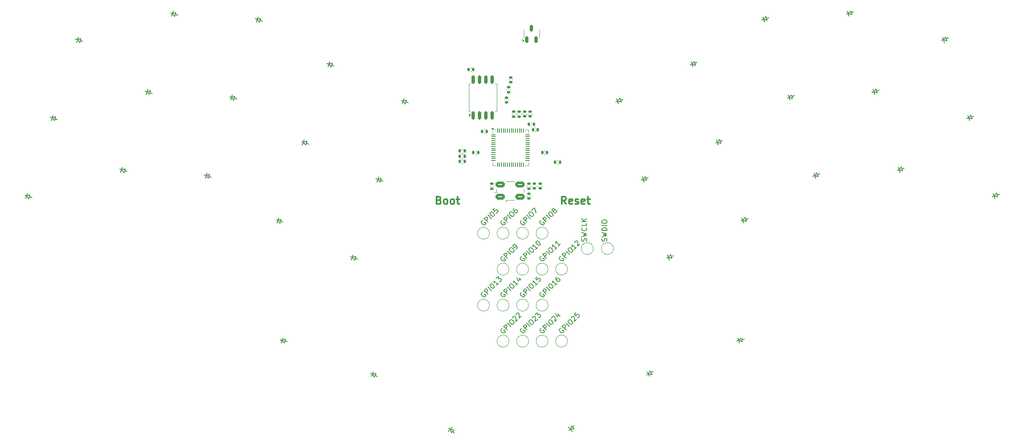
<source format=gbr>
%TF.GenerationSoftware,KiCad,Pcbnew,9.0.4*%
%TF.CreationDate,2025-09-19T00:48:39-04:00*%
%TF.ProjectId,frameortho,6672616d-656f-4727-9468-6f2e6b696361,rev?*%
%TF.SameCoordinates,Original*%
%TF.FileFunction,Legend,Top*%
%TF.FilePolarity,Positive*%
%FSLAX46Y46*%
G04 Gerber Fmt 4.6, Leading zero omitted, Abs format (unit mm)*
G04 Created by KiCad (PCBNEW 9.0.4) date 2025-09-19 00:48:39*
%MOMM*%
%LPD*%
G01*
G04 APERTURE LIST*
G04 Aperture macros list*
%AMRoundRect*
0 Rectangle with rounded corners*
0 $1 Rounding radius*
0 $2 $3 $4 $5 $6 $7 $8 $9 X,Y pos of 4 corners*
0 Add a 4 corners polygon primitive as box body*
4,1,4,$2,$3,$4,$5,$6,$7,$8,$9,$2,$3,0*
0 Add four circle primitives for the rounded corners*
1,1,$1+$1,$2,$3*
1,1,$1+$1,$4,$5*
1,1,$1+$1,$6,$7*
1,1,$1+$1,$8,$9*
0 Add four rect primitives between the rounded corners*
20,1,$1+$1,$2,$3,$4,$5,0*
20,1,$1+$1,$4,$5,$6,$7,0*
20,1,$1+$1,$6,$7,$8,$9,0*
20,1,$1+$1,$8,$9,$2,$3,0*%
G04 Aperture macros list end*
%ADD10C,0.150000*%
%ADD11C,0.300000*%
%ADD12C,0.120000*%
%ADD13C,2.000000*%
%ADD14RoundRect,0.250000X-0.945055X-0.481530X0.481530X-0.945055X0.945055X0.481530X-0.481530X0.945055X0*%
%ADD15RoundRect,0.140000X0.140000X0.170000X-0.140000X0.170000X-0.140000X-0.170000X0.140000X-0.170000X0*%
%ADD16RoundRect,0.225000X-0.134877X-0.416003X0.303590X-0.314775X0.134877X0.416003X-0.303590X0.314775X0*%
%ADD17RoundRect,0.225000X-0.329869X-0.287117X0.098106X-0.426175X0.329869X0.287117X-0.098106X0.426175X0*%
%ADD18RoundRect,0.225000X-0.098106X-0.426175X0.329869X-0.287117X0.098106X0.426175X-0.329869X0.287117X0*%
%ADD19RoundRect,0.135000X-0.135000X-0.185000X0.135000X-0.185000X0.135000X0.185000X-0.135000X0.185000X0*%
%ADD20RoundRect,0.250000X-0.650000X-0.350000X0.650000X-0.350000X0.650000X0.350000X-0.650000X0.350000X0*%
%ADD21RoundRect,0.250000X-0.481530X-0.945055X0.945055X-0.481530X0.481530X0.945055X-0.945055X0.481530X0*%
%ADD22RoundRect,0.140000X-0.140000X-0.170000X0.140000X-0.170000X0.140000X0.170000X-0.140000X0.170000X0*%
%ADD23RoundRect,0.250000X-0.899491X-0.562064X0.562064X-0.899491X0.899491X0.562064X-0.562064X0.899491X0*%
%ADD24RoundRect,0.135000X0.185000X-0.135000X0.185000X0.135000X-0.185000X0.135000X-0.185000X-0.135000X0*%
%ADD25RoundRect,0.250000X-0.310107X-1.014314X1.014314X-0.310107X0.310107X1.014314X-1.014314X0.310107X0*%
%ADD26RoundRect,0.225000X-0.420304X-0.120808X-0.091195X-0.427707X0.420304X0.120808X0.091195X0.427707X0*%
%ADD27RoundRect,0.225000X-0.022611X-0.436736X0.374715X-0.225474X0.022611X0.436736X-0.374715X0.225474X0*%
%ADD28RoundRect,0.250000X-0.037017X-1.060014X1.060014X-0.037017X0.037017X1.060014X-1.060014X0.037017X0*%
%ADD29R,1.700000X1.000000*%
%ADD30RoundRect,0.135000X0.135000X0.185000X-0.135000X0.185000X-0.135000X-0.185000X0.135000X-0.185000X0*%
%ADD31RoundRect,0.225000X-0.303590X-0.314775X0.134877X-0.416003X0.303590X0.314775X-0.134877X0.416003X0*%
%ADD32RoundRect,0.225000X-0.374715X-0.225474X0.022611X-0.436736X0.374715X0.225474X-0.022611X0.436736X0*%
%ADD33RoundRect,0.050000X-0.387500X-0.050000X0.387500X-0.050000X0.387500X0.050000X-0.387500X0.050000X0*%
%ADD34RoundRect,0.050000X-0.050000X-0.387500X0.050000X-0.387500X0.050000X0.387500X-0.050000X0.387500X0*%
%ADD35R,3.200000X3.200000*%
%ADD36RoundRect,0.250000X-1.014314X-0.310107X0.310107X-1.014314X1.014314X0.310107X-0.310107X1.014314X0*%
%ADD37RoundRect,0.150000X0.150000X-0.512500X0.150000X0.512500X-0.150000X0.512500X-0.150000X-0.512500X0*%
%ADD38RoundRect,0.140000X0.170000X-0.140000X0.170000X0.140000X-0.170000X0.140000X-0.170000X-0.140000X0*%
%ADD39RoundRect,0.225000X0.091195X-0.427707X0.420304X-0.120808X-0.091195X0.427707X-0.420304X0.120808X0*%
%ADD40RoundRect,0.140000X-0.170000X0.140000X-0.170000X-0.140000X0.170000X-0.140000X0.170000X0.140000X0*%
%ADD41RoundRect,0.250000X-1.060014X-0.037017X0.037017X-1.060014X1.060014X0.037017X-0.037017X1.060014X0*%
%ADD42RoundRect,0.162500X0.162500X-0.650000X0.162500X0.650000X-0.162500X0.650000X-0.162500X-0.650000X0*%
%ADD43RoundRect,0.250000X-0.562064X-0.899491X0.899491X-0.562064X0.562064X0.899491X-0.899491X0.562064X0*%
G04 APERTURE END LIST*
D10*
X222348040Y-151265984D02*
X222247025Y-151299656D01*
X222247025Y-151299656D02*
X222146009Y-151400671D01*
X222146009Y-151400671D02*
X222078666Y-151535358D01*
X222078666Y-151535358D02*
X222078666Y-151670046D01*
X222078666Y-151670046D02*
X222112338Y-151771061D01*
X222112338Y-151771061D02*
X222213353Y-151939420D01*
X222213353Y-151939420D02*
X222314368Y-152040435D01*
X222314368Y-152040435D02*
X222482727Y-152141450D01*
X222482727Y-152141450D02*
X222583742Y-152175122D01*
X222583742Y-152175122D02*
X222718429Y-152175122D01*
X222718429Y-152175122D02*
X222853116Y-152107778D01*
X222853116Y-152107778D02*
X222920460Y-152040435D01*
X222920460Y-152040435D02*
X222987803Y-151905748D01*
X222987803Y-151905748D02*
X222987803Y-151838404D01*
X222987803Y-151838404D02*
X222752101Y-151602702D01*
X222752101Y-151602702D02*
X222617414Y-151737389D01*
X223358192Y-151602702D02*
X222651086Y-150895595D01*
X222651086Y-150895595D02*
X222920460Y-150626221D01*
X222920460Y-150626221D02*
X223021475Y-150592549D01*
X223021475Y-150592549D02*
X223088818Y-150592549D01*
X223088818Y-150592549D02*
X223189834Y-150626221D01*
X223189834Y-150626221D02*
X223290849Y-150727236D01*
X223290849Y-150727236D02*
X223324521Y-150828252D01*
X223324521Y-150828252D02*
X223324521Y-150895595D01*
X223324521Y-150895595D02*
X223290849Y-150996610D01*
X223290849Y-150996610D02*
X223021475Y-151265984D01*
X224065299Y-150895595D02*
X223358192Y-150188488D01*
X223829597Y-149717084D02*
X223964284Y-149582397D01*
X223964284Y-149582397D02*
X224065299Y-149548725D01*
X224065299Y-149548725D02*
X224199986Y-149548725D01*
X224199986Y-149548725D02*
X224368345Y-149649741D01*
X224368345Y-149649741D02*
X224604047Y-149885443D01*
X224604047Y-149885443D02*
X224705062Y-150053802D01*
X224705062Y-150053802D02*
X224705062Y-150188489D01*
X224705062Y-150188489D02*
X224671390Y-150289504D01*
X224671390Y-150289504D02*
X224536703Y-150424191D01*
X224536703Y-150424191D02*
X224435688Y-150457863D01*
X224435688Y-150457863D02*
X224301001Y-150457863D01*
X224301001Y-150457863D02*
X224132642Y-150356848D01*
X224132642Y-150356848D02*
X223896940Y-150121145D01*
X223896940Y-150121145D02*
X223795925Y-149952787D01*
X223795925Y-149952787D02*
X223795925Y-149818100D01*
X223795925Y-149818100D02*
X223829597Y-149717084D01*
X224469360Y-149212008D02*
X224469360Y-149144665D01*
X224469360Y-149144665D02*
X224503032Y-149043649D01*
X224503032Y-149043649D02*
X224671390Y-148875291D01*
X224671390Y-148875291D02*
X224772406Y-148841619D01*
X224772406Y-148841619D02*
X224839749Y-148841619D01*
X224839749Y-148841619D02*
X224940764Y-148875291D01*
X224940764Y-148875291D02*
X225008108Y-148942634D01*
X225008108Y-148942634D02*
X225075451Y-149077321D01*
X225075451Y-149077321D02*
X225075451Y-149885443D01*
X225075451Y-149885443D02*
X225513184Y-149447710D01*
X225445841Y-148100840D02*
X225109123Y-148437558D01*
X225109123Y-148437558D02*
X225412169Y-148807947D01*
X225412169Y-148807947D02*
X225412169Y-148740603D01*
X225412169Y-148740603D02*
X225445841Y-148639588D01*
X225445841Y-148639588D02*
X225614199Y-148471229D01*
X225614199Y-148471229D02*
X225715215Y-148437558D01*
X225715215Y-148437558D02*
X225782558Y-148437558D01*
X225782558Y-148437558D02*
X225883573Y-148471229D01*
X225883573Y-148471229D02*
X226051932Y-148639588D01*
X226051932Y-148639588D02*
X226085604Y-148740603D01*
X226085604Y-148740603D02*
X226085604Y-148807947D01*
X226085604Y-148807947D02*
X226051932Y-148908962D01*
X226051932Y-148908962D02*
X225883573Y-149077321D01*
X225883573Y-149077321D02*
X225782558Y-149110993D01*
X225782558Y-149110993D02*
X225715215Y-149110993D01*
X214513042Y-144034873D02*
X214412027Y-144068545D01*
X214412027Y-144068545D02*
X214311011Y-144169560D01*
X214311011Y-144169560D02*
X214243668Y-144304247D01*
X214243668Y-144304247D02*
X214243668Y-144438935D01*
X214243668Y-144438935D02*
X214277340Y-144539950D01*
X214277340Y-144539950D02*
X214378355Y-144708309D01*
X214378355Y-144708309D02*
X214479370Y-144809324D01*
X214479370Y-144809324D02*
X214647729Y-144910339D01*
X214647729Y-144910339D02*
X214748744Y-144944011D01*
X214748744Y-144944011D02*
X214883431Y-144944011D01*
X214883431Y-144944011D02*
X215018118Y-144876667D01*
X215018118Y-144876667D02*
X215085462Y-144809324D01*
X215085462Y-144809324D02*
X215152805Y-144674637D01*
X215152805Y-144674637D02*
X215152805Y-144607293D01*
X215152805Y-144607293D02*
X214917103Y-144371591D01*
X214917103Y-144371591D02*
X214782416Y-144506278D01*
X215523194Y-144371591D02*
X214816088Y-143664484D01*
X214816088Y-143664484D02*
X215085462Y-143395110D01*
X215085462Y-143395110D02*
X215186477Y-143361438D01*
X215186477Y-143361438D02*
X215253820Y-143361438D01*
X215253820Y-143361438D02*
X215354836Y-143395110D01*
X215354836Y-143395110D02*
X215455851Y-143496125D01*
X215455851Y-143496125D02*
X215489523Y-143597141D01*
X215489523Y-143597141D02*
X215489523Y-143664484D01*
X215489523Y-143664484D02*
X215455851Y-143765499D01*
X215455851Y-143765499D02*
X215186477Y-144034873D01*
X216230301Y-143664484D02*
X215523194Y-142957377D01*
X215994599Y-142485973D02*
X216129286Y-142351286D01*
X216129286Y-142351286D02*
X216230301Y-142317614D01*
X216230301Y-142317614D02*
X216364988Y-142317614D01*
X216364988Y-142317614D02*
X216533347Y-142418630D01*
X216533347Y-142418630D02*
X216769049Y-142654332D01*
X216769049Y-142654332D02*
X216870064Y-142822691D01*
X216870064Y-142822691D02*
X216870064Y-142957378D01*
X216870064Y-142957378D02*
X216836392Y-143058393D01*
X216836392Y-143058393D02*
X216701705Y-143193080D01*
X216701705Y-143193080D02*
X216600690Y-143226752D01*
X216600690Y-143226752D02*
X216466003Y-143226752D01*
X216466003Y-143226752D02*
X216297644Y-143125737D01*
X216297644Y-143125737D02*
X216061942Y-142890034D01*
X216061942Y-142890034D02*
X215960927Y-142721676D01*
X215960927Y-142721676D02*
X215960927Y-142586989D01*
X215960927Y-142586989D02*
X215994599Y-142485973D01*
X217678186Y-142216599D02*
X217274125Y-142620660D01*
X217476156Y-142418630D02*
X216769049Y-141711523D01*
X216769049Y-141711523D02*
X216802721Y-141879882D01*
X216802721Y-141879882D02*
X216802721Y-142014569D01*
X216802721Y-142014569D02*
X216769049Y-142115584D01*
X217610843Y-140869729D02*
X217274125Y-141206447D01*
X217274125Y-141206447D02*
X217577171Y-141576836D01*
X217577171Y-141576836D02*
X217577171Y-141509492D01*
X217577171Y-141509492D02*
X217610843Y-141408477D01*
X217610843Y-141408477D02*
X217779201Y-141240118D01*
X217779201Y-141240118D02*
X217880217Y-141206447D01*
X217880217Y-141206447D02*
X217947560Y-141206447D01*
X217947560Y-141206447D02*
X218048575Y-141240118D01*
X218048575Y-141240118D02*
X218216934Y-141408477D01*
X218216934Y-141408477D02*
X218250606Y-141509492D01*
X218250606Y-141509492D02*
X218250606Y-141576836D01*
X218250606Y-141576836D02*
X218216934Y-141677851D01*
X218216934Y-141677851D02*
X218048575Y-141846210D01*
X218048575Y-141846210D02*
X217947560Y-141879882D01*
X217947560Y-141879882D02*
X217880217Y-141879882D01*
X218430541Y-129572651D02*
X218329526Y-129606323D01*
X218329526Y-129606323D02*
X218228510Y-129707338D01*
X218228510Y-129707338D02*
X218161167Y-129842025D01*
X218161167Y-129842025D02*
X218161167Y-129976713D01*
X218161167Y-129976713D02*
X218194839Y-130077728D01*
X218194839Y-130077728D02*
X218295854Y-130246087D01*
X218295854Y-130246087D02*
X218396869Y-130347102D01*
X218396869Y-130347102D02*
X218565228Y-130448117D01*
X218565228Y-130448117D02*
X218666243Y-130481789D01*
X218666243Y-130481789D02*
X218800930Y-130481789D01*
X218800930Y-130481789D02*
X218935617Y-130414445D01*
X218935617Y-130414445D02*
X219002961Y-130347102D01*
X219002961Y-130347102D02*
X219070304Y-130212415D01*
X219070304Y-130212415D02*
X219070304Y-130145071D01*
X219070304Y-130145071D02*
X218834602Y-129909369D01*
X218834602Y-129909369D02*
X218699915Y-130044056D01*
X219440693Y-129909369D02*
X218733587Y-129202262D01*
X218733587Y-129202262D02*
X219002961Y-128932888D01*
X219002961Y-128932888D02*
X219103976Y-128899216D01*
X219103976Y-128899216D02*
X219171319Y-128899216D01*
X219171319Y-128899216D02*
X219272335Y-128932888D01*
X219272335Y-128932888D02*
X219373350Y-129033903D01*
X219373350Y-129033903D02*
X219407022Y-129134919D01*
X219407022Y-129134919D02*
X219407022Y-129202262D01*
X219407022Y-129202262D02*
X219373350Y-129303277D01*
X219373350Y-129303277D02*
X219103976Y-129572651D01*
X220147800Y-129202262D02*
X219440693Y-128495155D01*
X219912098Y-128023751D02*
X220046785Y-127889064D01*
X220046785Y-127889064D02*
X220147800Y-127855392D01*
X220147800Y-127855392D02*
X220282487Y-127855392D01*
X220282487Y-127855392D02*
X220450846Y-127956408D01*
X220450846Y-127956408D02*
X220686548Y-128192110D01*
X220686548Y-128192110D02*
X220787563Y-128360469D01*
X220787563Y-128360469D02*
X220787563Y-128495156D01*
X220787563Y-128495156D02*
X220753891Y-128596171D01*
X220753891Y-128596171D02*
X220619204Y-128730858D01*
X220619204Y-128730858D02*
X220518189Y-128764530D01*
X220518189Y-128764530D02*
X220383502Y-128764530D01*
X220383502Y-128764530D02*
X220215143Y-128663515D01*
X220215143Y-128663515D02*
X219979441Y-128427812D01*
X219979441Y-128427812D02*
X219878426Y-128259454D01*
X219878426Y-128259454D02*
X219878426Y-128124767D01*
X219878426Y-128124767D02*
X219912098Y-128023751D01*
X220922250Y-127619690D02*
X220821235Y-127653362D01*
X220821235Y-127653362D02*
X220753891Y-127653362D01*
X220753891Y-127653362D02*
X220652876Y-127619690D01*
X220652876Y-127619690D02*
X220619204Y-127586019D01*
X220619204Y-127586019D02*
X220585533Y-127485003D01*
X220585533Y-127485003D02*
X220585533Y-127417660D01*
X220585533Y-127417660D02*
X220619204Y-127316645D01*
X220619204Y-127316645D02*
X220753891Y-127181958D01*
X220753891Y-127181958D02*
X220854907Y-127148286D01*
X220854907Y-127148286D02*
X220922250Y-127148286D01*
X220922250Y-127148286D02*
X221023265Y-127181958D01*
X221023265Y-127181958D02*
X221056937Y-127215629D01*
X221056937Y-127215629D02*
X221090609Y-127316645D01*
X221090609Y-127316645D02*
X221090609Y-127383988D01*
X221090609Y-127383988D02*
X221056937Y-127485003D01*
X221056937Y-127485003D02*
X220922250Y-127619690D01*
X220922250Y-127619690D02*
X220888578Y-127720706D01*
X220888578Y-127720706D02*
X220888578Y-127788049D01*
X220888578Y-127788049D02*
X220922250Y-127889064D01*
X220922250Y-127889064D02*
X221056937Y-128023751D01*
X221056937Y-128023751D02*
X221157952Y-128057423D01*
X221157952Y-128057423D02*
X221225296Y-128057423D01*
X221225296Y-128057423D02*
X221326311Y-128023751D01*
X221326311Y-128023751D02*
X221460998Y-127889064D01*
X221460998Y-127889064D02*
X221494670Y-127788049D01*
X221494670Y-127788049D02*
X221494670Y-127720706D01*
X221494670Y-127720706D02*
X221460998Y-127619690D01*
X221460998Y-127619690D02*
X221326311Y-127485003D01*
X221326311Y-127485003D02*
X221225296Y-127451332D01*
X221225296Y-127451332D02*
X221157952Y-127451332D01*
X221157952Y-127451332D02*
X221056937Y-127485003D01*
X214513041Y-129572651D02*
X214412026Y-129606323D01*
X214412026Y-129606323D02*
X214311010Y-129707338D01*
X214311010Y-129707338D02*
X214243667Y-129842025D01*
X214243667Y-129842025D02*
X214243667Y-129976713D01*
X214243667Y-129976713D02*
X214277339Y-130077728D01*
X214277339Y-130077728D02*
X214378354Y-130246087D01*
X214378354Y-130246087D02*
X214479369Y-130347102D01*
X214479369Y-130347102D02*
X214647728Y-130448117D01*
X214647728Y-130448117D02*
X214748743Y-130481789D01*
X214748743Y-130481789D02*
X214883430Y-130481789D01*
X214883430Y-130481789D02*
X215018117Y-130414445D01*
X215018117Y-130414445D02*
X215085461Y-130347102D01*
X215085461Y-130347102D02*
X215152804Y-130212415D01*
X215152804Y-130212415D02*
X215152804Y-130145071D01*
X215152804Y-130145071D02*
X214917102Y-129909369D01*
X214917102Y-129909369D02*
X214782415Y-130044056D01*
X215523193Y-129909369D02*
X214816087Y-129202262D01*
X214816087Y-129202262D02*
X215085461Y-128932888D01*
X215085461Y-128932888D02*
X215186476Y-128899216D01*
X215186476Y-128899216D02*
X215253819Y-128899216D01*
X215253819Y-128899216D02*
X215354835Y-128932888D01*
X215354835Y-128932888D02*
X215455850Y-129033903D01*
X215455850Y-129033903D02*
X215489522Y-129134919D01*
X215489522Y-129134919D02*
X215489522Y-129202262D01*
X215489522Y-129202262D02*
X215455850Y-129303277D01*
X215455850Y-129303277D02*
X215186476Y-129572651D01*
X216230300Y-129202262D02*
X215523193Y-128495155D01*
X215994598Y-128023751D02*
X216129285Y-127889064D01*
X216129285Y-127889064D02*
X216230300Y-127855392D01*
X216230300Y-127855392D02*
X216364987Y-127855392D01*
X216364987Y-127855392D02*
X216533346Y-127956408D01*
X216533346Y-127956408D02*
X216769048Y-128192110D01*
X216769048Y-128192110D02*
X216870063Y-128360469D01*
X216870063Y-128360469D02*
X216870063Y-128495156D01*
X216870063Y-128495156D02*
X216836391Y-128596171D01*
X216836391Y-128596171D02*
X216701704Y-128730858D01*
X216701704Y-128730858D02*
X216600689Y-128764530D01*
X216600689Y-128764530D02*
X216466002Y-128764530D01*
X216466002Y-128764530D02*
X216297643Y-128663515D01*
X216297643Y-128663515D02*
X216061941Y-128427812D01*
X216061941Y-128427812D02*
X215960926Y-128259454D01*
X215960926Y-128259454D02*
X215960926Y-128124767D01*
X215960926Y-128124767D02*
X215994598Y-128023751D01*
X216533346Y-127485003D02*
X217004750Y-127013599D01*
X217004750Y-127013599D02*
X217408811Y-128023751D01*
X218430539Y-151265984D02*
X218329524Y-151299656D01*
X218329524Y-151299656D02*
X218228508Y-151400671D01*
X218228508Y-151400671D02*
X218161165Y-151535358D01*
X218161165Y-151535358D02*
X218161165Y-151670046D01*
X218161165Y-151670046D02*
X218194837Y-151771061D01*
X218194837Y-151771061D02*
X218295852Y-151939420D01*
X218295852Y-151939420D02*
X218396867Y-152040435D01*
X218396867Y-152040435D02*
X218565226Y-152141450D01*
X218565226Y-152141450D02*
X218666241Y-152175122D01*
X218666241Y-152175122D02*
X218800928Y-152175122D01*
X218800928Y-152175122D02*
X218935615Y-152107778D01*
X218935615Y-152107778D02*
X219002959Y-152040435D01*
X219002959Y-152040435D02*
X219070302Y-151905748D01*
X219070302Y-151905748D02*
X219070302Y-151838404D01*
X219070302Y-151838404D02*
X218834600Y-151602702D01*
X218834600Y-151602702D02*
X218699913Y-151737389D01*
X219440691Y-151602702D02*
X218733585Y-150895595D01*
X218733585Y-150895595D02*
X219002959Y-150626221D01*
X219002959Y-150626221D02*
X219103974Y-150592549D01*
X219103974Y-150592549D02*
X219171317Y-150592549D01*
X219171317Y-150592549D02*
X219272333Y-150626221D01*
X219272333Y-150626221D02*
X219373348Y-150727236D01*
X219373348Y-150727236D02*
X219407020Y-150828252D01*
X219407020Y-150828252D02*
X219407020Y-150895595D01*
X219407020Y-150895595D02*
X219373348Y-150996610D01*
X219373348Y-150996610D02*
X219103974Y-151265984D01*
X220147798Y-150895595D02*
X219440691Y-150188488D01*
X219912096Y-149717084D02*
X220046783Y-149582397D01*
X220046783Y-149582397D02*
X220147798Y-149548725D01*
X220147798Y-149548725D02*
X220282485Y-149548725D01*
X220282485Y-149548725D02*
X220450844Y-149649741D01*
X220450844Y-149649741D02*
X220686546Y-149885443D01*
X220686546Y-149885443D02*
X220787561Y-150053802D01*
X220787561Y-150053802D02*
X220787561Y-150188489D01*
X220787561Y-150188489D02*
X220753889Y-150289504D01*
X220753889Y-150289504D02*
X220619202Y-150424191D01*
X220619202Y-150424191D02*
X220518187Y-150457863D01*
X220518187Y-150457863D02*
X220383500Y-150457863D01*
X220383500Y-150457863D02*
X220215141Y-150356848D01*
X220215141Y-150356848D02*
X219979439Y-150121145D01*
X219979439Y-150121145D02*
X219878424Y-149952787D01*
X219878424Y-149952787D02*
X219878424Y-149818100D01*
X219878424Y-149818100D02*
X219912096Y-149717084D01*
X220551859Y-149212008D02*
X220551859Y-149144665D01*
X220551859Y-149144665D02*
X220585531Y-149043649D01*
X220585531Y-149043649D02*
X220753889Y-148875291D01*
X220753889Y-148875291D02*
X220854905Y-148841619D01*
X220854905Y-148841619D02*
X220922248Y-148841619D01*
X220922248Y-148841619D02*
X221023263Y-148875291D01*
X221023263Y-148875291D02*
X221090607Y-148942634D01*
X221090607Y-148942634D02*
X221157950Y-149077321D01*
X221157950Y-149077321D02*
X221157950Y-149885443D01*
X221157950Y-149885443D02*
X221595683Y-149447710D01*
X221730370Y-148370214D02*
X222201775Y-148841619D01*
X221292637Y-148269199D02*
X221629355Y-148942634D01*
X221629355Y-148942634D02*
X222067088Y-148504901D01*
X206678041Y-129572651D02*
X206577026Y-129606323D01*
X206577026Y-129606323D02*
X206476010Y-129707338D01*
X206476010Y-129707338D02*
X206408667Y-129842025D01*
X206408667Y-129842025D02*
X206408667Y-129976713D01*
X206408667Y-129976713D02*
X206442339Y-130077728D01*
X206442339Y-130077728D02*
X206543354Y-130246087D01*
X206543354Y-130246087D02*
X206644369Y-130347102D01*
X206644369Y-130347102D02*
X206812728Y-130448117D01*
X206812728Y-130448117D02*
X206913743Y-130481789D01*
X206913743Y-130481789D02*
X207048430Y-130481789D01*
X207048430Y-130481789D02*
X207183117Y-130414445D01*
X207183117Y-130414445D02*
X207250461Y-130347102D01*
X207250461Y-130347102D02*
X207317804Y-130212415D01*
X207317804Y-130212415D02*
X207317804Y-130145071D01*
X207317804Y-130145071D02*
X207082102Y-129909369D01*
X207082102Y-129909369D02*
X206947415Y-130044056D01*
X207688193Y-129909369D02*
X206981087Y-129202262D01*
X206981087Y-129202262D02*
X207250461Y-128932888D01*
X207250461Y-128932888D02*
X207351476Y-128899216D01*
X207351476Y-128899216D02*
X207418819Y-128899216D01*
X207418819Y-128899216D02*
X207519835Y-128932888D01*
X207519835Y-128932888D02*
X207620850Y-129033903D01*
X207620850Y-129033903D02*
X207654522Y-129134919D01*
X207654522Y-129134919D02*
X207654522Y-129202262D01*
X207654522Y-129202262D02*
X207620850Y-129303277D01*
X207620850Y-129303277D02*
X207351476Y-129572651D01*
X208395300Y-129202262D02*
X207688193Y-128495155D01*
X208159598Y-128023751D02*
X208294285Y-127889064D01*
X208294285Y-127889064D02*
X208395300Y-127855392D01*
X208395300Y-127855392D02*
X208529987Y-127855392D01*
X208529987Y-127855392D02*
X208698346Y-127956408D01*
X208698346Y-127956408D02*
X208934048Y-128192110D01*
X208934048Y-128192110D02*
X209035063Y-128360469D01*
X209035063Y-128360469D02*
X209035063Y-128495156D01*
X209035063Y-128495156D02*
X209001391Y-128596171D01*
X209001391Y-128596171D02*
X208866704Y-128730858D01*
X208866704Y-128730858D02*
X208765689Y-128764530D01*
X208765689Y-128764530D02*
X208631002Y-128764530D01*
X208631002Y-128764530D02*
X208462643Y-128663515D01*
X208462643Y-128663515D02*
X208226941Y-128427812D01*
X208226941Y-128427812D02*
X208125926Y-128259454D01*
X208125926Y-128259454D02*
X208125926Y-128124767D01*
X208125926Y-128124767D02*
X208159598Y-128023751D01*
X209102407Y-127080942D02*
X208765689Y-127417660D01*
X208765689Y-127417660D02*
X209068735Y-127788049D01*
X209068735Y-127788049D02*
X209068735Y-127720706D01*
X209068735Y-127720706D02*
X209102407Y-127619690D01*
X209102407Y-127619690D02*
X209270765Y-127451332D01*
X209270765Y-127451332D02*
X209371781Y-127417660D01*
X209371781Y-127417660D02*
X209439124Y-127417660D01*
X209439124Y-127417660D02*
X209540139Y-127451332D01*
X209540139Y-127451332D02*
X209708498Y-127619690D01*
X209708498Y-127619690D02*
X209742170Y-127720706D01*
X209742170Y-127720706D02*
X209742170Y-127788049D01*
X209742170Y-127788049D02*
X209708498Y-127889064D01*
X209708498Y-127889064D02*
X209540139Y-128057423D01*
X209540139Y-128057423D02*
X209439124Y-128091095D01*
X209439124Y-128091095D02*
X209371781Y-128091095D01*
X218430542Y-136803762D02*
X218329527Y-136837434D01*
X218329527Y-136837434D02*
X218228511Y-136938449D01*
X218228511Y-136938449D02*
X218161168Y-137073136D01*
X218161168Y-137073136D02*
X218161168Y-137207824D01*
X218161168Y-137207824D02*
X218194840Y-137308839D01*
X218194840Y-137308839D02*
X218295855Y-137477198D01*
X218295855Y-137477198D02*
X218396870Y-137578213D01*
X218396870Y-137578213D02*
X218565229Y-137679228D01*
X218565229Y-137679228D02*
X218666244Y-137712900D01*
X218666244Y-137712900D02*
X218800931Y-137712900D01*
X218800931Y-137712900D02*
X218935618Y-137645556D01*
X218935618Y-137645556D02*
X219002962Y-137578213D01*
X219002962Y-137578213D02*
X219070305Y-137443526D01*
X219070305Y-137443526D02*
X219070305Y-137376182D01*
X219070305Y-137376182D02*
X218834603Y-137140480D01*
X218834603Y-137140480D02*
X218699916Y-137275167D01*
X219440694Y-137140480D02*
X218733588Y-136433373D01*
X218733588Y-136433373D02*
X219002962Y-136163999D01*
X219002962Y-136163999D02*
X219103977Y-136130327D01*
X219103977Y-136130327D02*
X219171320Y-136130327D01*
X219171320Y-136130327D02*
X219272336Y-136163999D01*
X219272336Y-136163999D02*
X219373351Y-136265014D01*
X219373351Y-136265014D02*
X219407023Y-136366030D01*
X219407023Y-136366030D02*
X219407023Y-136433373D01*
X219407023Y-136433373D02*
X219373351Y-136534388D01*
X219373351Y-136534388D02*
X219103977Y-136803762D01*
X220147801Y-136433373D02*
X219440694Y-135726266D01*
X219912099Y-135254862D02*
X220046786Y-135120175D01*
X220046786Y-135120175D02*
X220147801Y-135086503D01*
X220147801Y-135086503D02*
X220282488Y-135086503D01*
X220282488Y-135086503D02*
X220450847Y-135187519D01*
X220450847Y-135187519D02*
X220686549Y-135423221D01*
X220686549Y-135423221D02*
X220787564Y-135591580D01*
X220787564Y-135591580D02*
X220787564Y-135726267D01*
X220787564Y-135726267D02*
X220753892Y-135827282D01*
X220753892Y-135827282D02*
X220619205Y-135961969D01*
X220619205Y-135961969D02*
X220518190Y-135995641D01*
X220518190Y-135995641D02*
X220383503Y-135995641D01*
X220383503Y-135995641D02*
X220215144Y-135894626D01*
X220215144Y-135894626D02*
X219979442Y-135658923D01*
X219979442Y-135658923D02*
X219878427Y-135490565D01*
X219878427Y-135490565D02*
X219878427Y-135355878D01*
X219878427Y-135355878D02*
X219912099Y-135254862D01*
X221595686Y-134985488D02*
X221191625Y-135389549D01*
X221393656Y-135187519D02*
X220686549Y-134480412D01*
X220686549Y-134480412D02*
X220720221Y-134648771D01*
X220720221Y-134648771D02*
X220720221Y-134783458D01*
X220720221Y-134783458D02*
X220686549Y-134884473D01*
X222269121Y-134312053D02*
X221865060Y-134716114D01*
X222067091Y-134514084D02*
X221359984Y-133806977D01*
X221359984Y-133806977D02*
X221393656Y-133975336D01*
X221393656Y-133975336D02*
X221393656Y-134110023D01*
X221393656Y-134110023D02*
X221359984Y-134211038D01*
X231542200Y-133750839D02*
X231589819Y-133607982D01*
X231589819Y-133607982D02*
X231589819Y-133369887D01*
X231589819Y-133369887D02*
X231542200Y-133274649D01*
X231542200Y-133274649D02*
X231494580Y-133227030D01*
X231494580Y-133227030D02*
X231399342Y-133179411D01*
X231399342Y-133179411D02*
X231304104Y-133179411D01*
X231304104Y-133179411D02*
X231208866Y-133227030D01*
X231208866Y-133227030D02*
X231161247Y-133274649D01*
X231161247Y-133274649D02*
X231113628Y-133369887D01*
X231113628Y-133369887D02*
X231066009Y-133560363D01*
X231066009Y-133560363D02*
X231018390Y-133655601D01*
X231018390Y-133655601D02*
X230970771Y-133703220D01*
X230970771Y-133703220D02*
X230875533Y-133750839D01*
X230875533Y-133750839D02*
X230780295Y-133750839D01*
X230780295Y-133750839D02*
X230685057Y-133703220D01*
X230685057Y-133703220D02*
X230637438Y-133655601D01*
X230637438Y-133655601D02*
X230589819Y-133560363D01*
X230589819Y-133560363D02*
X230589819Y-133322268D01*
X230589819Y-133322268D02*
X230637438Y-133179411D01*
X230589819Y-132846077D02*
X231589819Y-132607982D01*
X231589819Y-132607982D02*
X230875533Y-132417506D01*
X230875533Y-132417506D02*
X231589819Y-132227030D01*
X231589819Y-132227030D02*
X230589819Y-131988935D01*
X231589819Y-131607982D02*
X230589819Y-131607982D01*
X230589819Y-131607982D02*
X230589819Y-131369887D01*
X230589819Y-131369887D02*
X230637438Y-131227030D01*
X230637438Y-131227030D02*
X230732676Y-131131792D01*
X230732676Y-131131792D02*
X230827914Y-131084173D01*
X230827914Y-131084173D02*
X231018390Y-131036554D01*
X231018390Y-131036554D02*
X231161247Y-131036554D01*
X231161247Y-131036554D02*
X231351723Y-131084173D01*
X231351723Y-131084173D02*
X231446961Y-131131792D01*
X231446961Y-131131792D02*
X231542200Y-131227030D01*
X231542200Y-131227030D02*
X231589819Y-131369887D01*
X231589819Y-131369887D02*
X231589819Y-131607982D01*
X231589819Y-130607982D02*
X230589819Y-130607982D01*
X230589819Y-129941316D02*
X230589819Y-129750840D01*
X230589819Y-129750840D02*
X230637438Y-129655602D01*
X230637438Y-129655602D02*
X230732676Y-129560364D01*
X230732676Y-129560364D02*
X230923152Y-129512745D01*
X230923152Y-129512745D02*
X231256485Y-129512745D01*
X231256485Y-129512745D02*
X231446961Y-129560364D01*
X231446961Y-129560364D02*
X231542200Y-129655602D01*
X231542200Y-129655602D02*
X231589819Y-129750840D01*
X231589819Y-129750840D02*
X231589819Y-129941316D01*
X231589819Y-129941316D02*
X231542200Y-130036554D01*
X231542200Y-130036554D02*
X231446961Y-130131792D01*
X231446961Y-130131792D02*
X231256485Y-130179411D01*
X231256485Y-130179411D02*
X230923152Y-130179411D01*
X230923152Y-130179411D02*
X230732676Y-130131792D01*
X230732676Y-130131792D02*
X230637438Y-130036554D01*
X230637438Y-130036554D02*
X230589819Y-129941316D01*
D11*
X223407653Y-126292828D02*
X222907653Y-125578542D01*
X222550510Y-126292828D02*
X222550510Y-124792828D01*
X222550510Y-124792828D02*
X223121939Y-124792828D01*
X223121939Y-124792828D02*
X223264796Y-124864257D01*
X223264796Y-124864257D02*
X223336225Y-124935685D01*
X223336225Y-124935685D02*
X223407653Y-125078542D01*
X223407653Y-125078542D02*
X223407653Y-125292828D01*
X223407653Y-125292828D02*
X223336225Y-125435685D01*
X223336225Y-125435685D02*
X223264796Y-125507114D01*
X223264796Y-125507114D02*
X223121939Y-125578542D01*
X223121939Y-125578542D02*
X222550510Y-125578542D01*
X224621939Y-126221400D02*
X224479082Y-126292828D01*
X224479082Y-126292828D02*
X224193368Y-126292828D01*
X224193368Y-126292828D02*
X224050510Y-126221400D01*
X224050510Y-126221400D02*
X223979082Y-126078542D01*
X223979082Y-126078542D02*
X223979082Y-125507114D01*
X223979082Y-125507114D02*
X224050510Y-125364257D01*
X224050510Y-125364257D02*
X224193368Y-125292828D01*
X224193368Y-125292828D02*
X224479082Y-125292828D01*
X224479082Y-125292828D02*
X224621939Y-125364257D01*
X224621939Y-125364257D02*
X224693368Y-125507114D01*
X224693368Y-125507114D02*
X224693368Y-125649971D01*
X224693368Y-125649971D02*
X223979082Y-125792828D01*
X225264796Y-126221400D02*
X225407653Y-126292828D01*
X225407653Y-126292828D02*
X225693367Y-126292828D01*
X225693367Y-126292828D02*
X225836224Y-126221400D01*
X225836224Y-126221400D02*
X225907653Y-126078542D01*
X225907653Y-126078542D02*
X225907653Y-126007114D01*
X225907653Y-126007114D02*
X225836224Y-125864257D01*
X225836224Y-125864257D02*
X225693367Y-125792828D01*
X225693367Y-125792828D02*
X225479082Y-125792828D01*
X225479082Y-125792828D02*
X225336224Y-125721400D01*
X225336224Y-125721400D02*
X225264796Y-125578542D01*
X225264796Y-125578542D02*
X225264796Y-125507114D01*
X225264796Y-125507114D02*
X225336224Y-125364257D01*
X225336224Y-125364257D02*
X225479082Y-125292828D01*
X225479082Y-125292828D02*
X225693367Y-125292828D01*
X225693367Y-125292828D02*
X225836224Y-125364257D01*
X227121939Y-126221400D02*
X226979082Y-126292828D01*
X226979082Y-126292828D02*
X226693368Y-126292828D01*
X226693368Y-126292828D02*
X226550510Y-126221400D01*
X226550510Y-126221400D02*
X226479082Y-126078542D01*
X226479082Y-126078542D02*
X226479082Y-125507114D01*
X226479082Y-125507114D02*
X226550510Y-125364257D01*
X226550510Y-125364257D02*
X226693368Y-125292828D01*
X226693368Y-125292828D02*
X226979082Y-125292828D01*
X226979082Y-125292828D02*
X227121939Y-125364257D01*
X227121939Y-125364257D02*
X227193368Y-125507114D01*
X227193368Y-125507114D02*
X227193368Y-125649971D01*
X227193368Y-125649971D02*
X226479082Y-125792828D01*
X227621939Y-125292828D02*
X228193367Y-125292828D01*
X227836224Y-124792828D02*
X227836224Y-126078542D01*
X227836224Y-126078542D02*
X227907653Y-126221400D01*
X227907653Y-126221400D02*
X228050510Y-126292828D01*
X228050510Y-126292828D02*
X228193367Y-126292828D01*
D10*
X206678043Y-144034873D02*
X206577028Y-144068545D01*
X206577028Y-144068545D02*
X206476012Y-144169560D01*
X206476012Y-144169560D02*
X206408669Y-144304247D01*
X206408669Y-144304247D02*
X206408669Y-144438935D01*
X206408669Y-144438935D02*
X206442341Y-144539950D01*
X206442341Y-144539950D02*
X206543356Y-144708309D01*
X206543356Y-144708309D02*
X206644371Y-144809324D01*
X206644371Y-144809324D02*
X206812730Y-144910339D01*
X206812730Y-144910339D02*
X206913745Y-144944011D01*
X206913745Y-144944011D02*
X207048432Y-144944011D01*
X207048432Y-144944011D02*
X207183119Y-144876667D01*
X207183119Y-144876667D02*
X207250463Y-144809324D01*
X207250463Y-144809324D02*
X207317806Y-144674637D01*
X207317806Y-144674637D02*
X207317806Y-144607293D01*
X207317806Y-144607293D02*
X207082104Y-144371591D01*
X207082104Y-144371591D02*
X206947417Y-144506278D01*
X207688195Y-144371591D02*
X206981089Y-143664484D01*
X206981089Y-143664484D02*
X207250463Y-143395110D01*
X207250463Y-143395110D02*
X207351478Y-143361438D01*
X207351478Y-143361438D02*
X207418821Y-143361438D01*
X207418821Y-143361438D02*
X207519837Y-143395110D01*
X207519837Y-143395110D02*
X207620852Y-143496125D01*
X207620852Y-143496125D02*
X207654524Y-143597141D01*
X207654524Y-143597141D02*
X207654524Y-143664484D01*
X207654524Y-143664484D02*
X207620852Y-143765499D01*
X207620852Y-143765499D02*
X207351478Y-144034873D01*
X208395302Y-143664484D02*
X207688195Y-142957377D01*
X208159600Y-142485973D02*
X208294287Y-142351286D01*
X208294287Y-142351286D02*
X208395302Y-142317614D01*
X208395302Y-142317614D02*
X208529989Y-142317614D01*
X208529989Y-142317614D02*
X208698348Y-142418630D01*
X208698348Y-142418630D02*
X208934050Y-142654332D01*
X208934050Y-142654332D02*
X209035065Y-142822691D01*
X209035065Y-142822691D02*
X209035065Y-142957378D01*
X209035065Y-142957378D02*
X209001393Y-143058393D01*
X209001393Y-143058393D02*
X208866706Y-143193080D01*
X208866706Y-143193080D02*
X208765691Y-143226752D01*
X208765691Y-143226752D02*
X208631004Y-143226752D01*
X208631004Y-143226752D02*
X208462645Y-143125737D01*
X208462645Y-143125737D02*
X208226943Y-142890034D01*
X208226943Y-142890034D02*
X208125928Y-142721676D01*
X208125928Y-142721676D02*
X208125928Y-142586989D01*
X208125928Y-142586989D02*
X208159600Y-142485973D01*
X209843187Y-142216599D02*
X209439126Y-142620660D01*
X209641157Y-142418630D02*
X208934050Y-141711523D01*
X208934050Y-141711523D02*
X208967722Y-141879882D01*
X208967722Y-141879882D02*
X208967722Y-142014569D01*
X208967722Y-142014569D02*
X208934050Y-142115584D01*
X209371783Y-141273790D02*
X209809515Y-140836057D01*
X209809515Y-140836057D02*
X209843187Y-141341134D01*
X209843187Y-141341134D02*
X209944202Y-141240118D01*
X209944202Y-141240118D02*
X210045218Y-141206447D01*
X210045218Y-141206447D02*
X210112561Y-141206447D01*
X210112561Y-141206447D02*
X210213576Y-141240118D01*
X210213576Y-141240118D02*
X210381935Y-141408477D01*
X210381935Y-141408477D02*
X210415607Y-141509492D01*
X210415607Y-141509492D02*
X210415607Y-141576836D01*
X210415607Y-141576836D02*
X210381935Y-141677851D01*
X210381935Y-141677851D02*
X210179905Y-141879882D01*
X210179905Y-141879882D02*
X210078889Y-141913553D01*
X210078889Y-141913553D02*
X210011546Y-141913553D01*
X227492198Y-133750839D02*
X227539817Y-133607982D01*
X227539817Y-133607982D02*
X227539817Y-133369887D01*
X227539817Y-133369887D02*
X227492198Y-133274649D01*
X227492198Y-133274649D02*
X227444578Y-133227030D01*
X227444578Y-133227030D02*
X227349340Y-133179411D01*
X227349340Y-133179411D02*
X227254102Y-133179411D01*
X227254102Y-133179411D02*
X227158864Y-133227030D01*
X227158864Y-133227030D02*
X227111245Y-133274649D01*
X227111245Y-133274649D02*
X227063626Y-133369887D01*
X227063626Y-133369887D02*
X227016007Y-133560363D01*
X227016007Y-133560363D02*
X226968388Y-133655601D01*
X226968388Y-133655601D02*
X226920769Y-133703220D01*
X226920769Y-133703220D02*
X226825531Y-133750839D01*
X226825531Y-133750839D02*
X226730293Y-133750839D01*
X226730293Y-133750839D02*
X226635055Y-133703220D01*
X226635055Y-133703220D02*
X226587436Y-133655601D01*
X226587436Y-133655601D02*
X226539817Y-133560363D01*
X226539817Y-133560363D02*
X226539817Y-133322268D01*
X226539817Y-133322268D02*
X226587436Y-133179411D01*
X226539817Y-132846077D02*
X227539817Y-132607982D01*
X227539817Y-132607982D02*
X226825531Y-132417506D01*
X226825531Y-132417506D02*
X227539817Y-132227030D01*
X227539817Y-132227030D02*
X226539817Y-131988935D01*
X227444578Y-131036554D02*
X227492198Y-131084173D01*
X227492198Y-131084173D02*
X227539817Y-131227030D01*
X227539817Y-131227030D02*
X227539817Y-131322268D01*
X227539817Y-131322268D02*
X227492198Y-131465125D01*
X227492198Y-131465125D02*
X227396959Y-131560363D01*
X227396959Y-131560363D02*
X227301721Y-131607982D01*
X227301721Y-131607982D02*
X227111245Y-131655601D01*
X227111245Y-131655601D02*
X226968388Y-131655601D01*
X226968388Y-131655601D02*
X226777912Y-131607982D01*
X226777912Y-131607982D02*
X226682674Y-131560363D01*
X226682674Y-131560363D02*
X226587436Y-131465125D01*
X226587436Y-131465125D02*
X226539817Y-131322268D01*
X226539817Y-131322268D02*
X226539817Y-131227030D01*
X226539817Y-131227030D02*
X226587436Y-131084173D01*
X226587436Y-131084173D02*
X226635055Y-131036554D01*
X227539817Y-130131792D02*
X227539817Y-130607982D01*
X227539817Y-130607982D02*
X226539817Y-130607982D01*
X227539817Y-129798458D02*
X226539817Y-129798458D01*
X227539817Y-129227030D02*
X226968388Y-129655601D01*
X226539817Y-129227030D02*
X227111245Y-129798458D01*
X210595541Y-136803762D02*
X210494526Y-136837434D01*
X210494526Y-136837434D02*
X210393510Y-136938449D01*
X210393510Y-136938449D02*
X210326167Y-137073136D01*
X210326167Y-137073136D02*
X210326167Y-137207824D01*
X210326167Y-137207824D02*
X210359839Y-137308839D01*
X210359839Y-137308839D02*
X210460854Y-137477198D01*
X210460854Y-137477198D02*
X210561869Y-137578213D01*
X210561869Y-137578213D02*
X210730228Y-137679228D01*
X210730228Y-137679228D02*
X210831243Y-137712900D01*
X210831243Y-137712900D02*
X210965930Y-137712900D01*
X210965930Y-137712900D02*
X211100617Y-137645556D01*
X211100617Y-137645556D02*
X211167961Y-137578213D01*
X211167961Y-137578213D02*
X211235304Y-137443526D01*
X211235304Y-137443526D02*
X211235304Y-137376182D01*
X211235304Y-137376182D02*
X210999602Y-137140480D01*
X210999602Y-137140480D02*
X210864915Y-137275167D01*
X211605693Y-137140480D02*
X210898587Y-136433373D01*
X210898587Y-136433373D02*
X211167961Y-136163999D01*
X211167961Y-136163999D02*
X211268976Y-136130327D01*
X211268976Y-136130327D02*
X211336319Y-136130327D01*
X211336319Y-136130327D02*
X211437335Y-136163999D01*
X211437335Y-136163999D02*
X211538350Y-136265014D01*
X211538350Y-136265014D02*
X211572022Y-136366030D01*
X211572022Y-136366030D02*
X211572022Y-136433373D01*
X211572022Y-136433373D02*
X211538350Y-136534388D01*
X211538350Y-136534388D02*
X211268976Y-136803762D01*
X212312800Y-136433373D02*
X211605693Y-135726266D01*
X212077098Y-135254862D02*
X212211785Y-135120175D01*
X212211785Y-135120175D02*
X212312800Y-135086503D01*
X212312800Y-135086503D02*
X212447487Y-135086503D01*
X212447487Y-135086503D02*
X212615846Y-135187519D01*
X212615846Y-135187519D02*
X212851548Y-135423221D01*
X212851548Y-135423221D02*
X212952563Y-135591580D01*
X212952563Y-135591580D02*
X212952563Y-135726267D01*
X212952563Y-135726267D02*
X212918891Y-135827282D01*
X212918891Y-135827282D02*
X212784204Y-135961969D01*
X212784204Y-135961969D02*
X212683189Y-135995641D01*
X212683189Y-135995641D02*
X212548502Y-135995641D01*
X212548502Y-135995641D02*
X212380143Y-135894626D01*
X212380143Y-135894626D02*
X212144441Y-135658923D01*
X212144441Y-135658923D02*
X212043426Y-135490565D01*
X212043426Y-135490565D02*
X212043426Y-135355878D01*
X212043426Y-135355878D02*
X212077098Y-135254862D01*
X213423968Y-135322206D02*
X213558655Y-135187519D01*
X213558655Y-135187519D02*
X213592326Y-135086504D01*
X213592326Y-135086504D02*
X213592326Y-135019160D01*
X213592326Y-135019160D02*
X213558655Y-134850801D01*
X213558655Y-134850801D02*
X213457639Y-134682443D01*
X213457639Y-134682443D02*
X213188265Y-134413069D01*
X213188265Y-134413069D02*
X213087250Y-134379397D01*
X213087250Y-134379397D02*
X213019907Y-134379397D01*
X213019907Y-134379397D02*
X212918891Y-134413069D01*
X212918891Y-134413069D02*
X212784204Y-134547756D01*
X212784204Y-134547756D02*
X212750533Y-134648771D01*
X212750533Y-134648771D02*
X212750533Y-134716114D01*
X212750533Y-134716114D02*
X212784204Y-134817130D01*
X212784204Y-134817130D02*
X212952563Y-134985488D01*
X212952563Y-134985488D02*
X213053578Y-135019160D01*
X213053578Y-135019160D02*
X213120922Y-135019160D01*
X213120922Y-135019160D02*
X213221937Y-134985488D01*
X213221937Y-134985488D02*
X213356624Y-134850801D01*
X213356624Y-134850801D02*
X213390296Y-134749786D01*
X213390296Y-134749786D02*
X213390296Y-134682443D01*
X213390296Y-134682443D02*
X213356624Y-134581427D01*
X214513041Y-151265984D02*
X214412026Y-151299656D01*
X214412026Y-151299656D02*
X214311010Y-151400671D01*
X214311010Y-151400671D02*
X214243667Y-151535358D01*
X214243667Y-151535358D02*
X214243667Y-151670046D01*
X214243667Y-151670046D02*
X214277339Y-151771061D01*
X214277339Y-151771061D02*
X214378354Y-151939420D01*
X214378354Y-151939420D02*
X214479369Y-152040435D01*
X214479369Y-152040435D02*
X214647728Y-152141450D01*
X214647728Y-152141450D02*
X214748743Y-152175122D01*
X214748743Y-152175122D02*
X214883430Y-152175122D01*
X214883430Y-152175122D02*
X215018117Y-152107778D01*
X215018117Y-152107778D02*
X215085461Y-152040435D01*
X215085461Y-152040435D02*
X215152804Y-151905748D01*
X215152804Y-151905748D02*
X215152804Y-151838404D01*
X215152804Y-151838404D02*
X214917102Y-151602702D01*
X214917102Y-151602702D02*
X214782415Y-151737389D01*
X215523193Y-151602702D02*
X214816087Y-150895595D01*
X214816087Y-150895595D02*
X215085461Y-150626221D01*
X215085461Y-150626221D02*
X215186476Y-150592549D01*
X215186476Y-150592549D02*
X215253819Y-150592549D01*
X215253819Y-150592549D02*
X215354835Y-150626221D01*
X215354835Y-150626221D02*
X215455850Y-150727236D01*
X215455850Y-150727236D02*
X215489522Y-150828252D01*
X215489522Y-150828252D02*
X215489522Y-150895595D01*
X215489522Y-150895595D02*
X215455850Y-150996610D01*
X215455850Y-150996610D02*
X215186476Y-151265984D01*
X216230300Y-150895595D02*
X215523193Y-150188488D01*
X215994598Y-149717084D02*
X216129285Y-149582397D01*
X216129285Y-149582397D02*
X216230300Y-149548725D01*
X216230300Y-149548725D02*
X216364987Y-149548725D01*
X216364987Y-149548725D02*
X216533346Y-149649741D01*
X216533346Y-149649741D02*
X216769048Y-149885443D01*
X216769048Y-149885443D02*
X216870063Y-150053802D01*
X216870063Y-150053802D02*
X216870063Y-150188489D01*
X216870063Y-150188489D02*
X216836391Y-150289504D01*
X216836391Y-150289504D02*
X216701704Y-150424191D01*
X216701704Y-150424191D02*
X216600689Y-150457863D01*
X216600689Y-150457863D02*
X216466002Y-150457863D01*
X216466002Y-150457863D02*
X216297643Y-150356848D01*
X216297643Y-150356848D02*
X216061941Y-150121145D01*
X216061941Y-150121145D02*
X215960926Y-149952787D01*
X215960926Y-149952787D02*
X215960926Y-149818100D01*
X215960926Y-149818100D02*
X215994598Y-149717084D01*
X216634361Y-149212008D02*
X216634361Y-149144665D01*
X216634361Y-149144665D02*
X216668033Y-149043649D01*
X216668033Y-149043649D02*
X216836391Y-148875291D01*
X216836391Y-148875291D02*
X216937407Y-148841619D01*
X216937407Y-148841619D02*
X217004750Y-148841619D01*
X217004750Y-148841619D02*
X217105765Y-148875291D01*
X217105765Y-148875291D02*
X217173109Y-148942634D01*
X217173109Y-148942634D02*
X217240452Y-149077321D01*
X217240452Y-149077321D02*
X217240452Y-149885443D01*
X217240452Y-149885443D02*
X217678185Y-149447710D01*
X217206781Y-148504901D02*
X217644513Y-148067168D01*
X217644513Y-148067168D02*
X217678185Y-148572245D01*
X217678185Y-148572245D02*
X217779200Y-148471229D01*
X217779200Y-148471229D02*
X217880216Y-148437558D01*
X217880216Y-148437558D02*
X217947559Y-148437558D01*
X217947559Y-148437558D02*
X218048574Y-148471229D01*
X218048574Y-148471229D02*
X218216933Y-148639588D01*
X218216933Y-148639588D02*
X218250605Y-148740603D01*
X218250605Y-148740603D02*
X218250605Y-148807947D01*
X218250605Y-148807947D02*
X218216933Y-148908962D01*
X218216933Y-148908962D02*
X218014903Y-149110993D01*
X218014903Y-149110993D02*
X217913887Y-149144664D01*
X217913887Y-149144664D02*
X217846544Y-149144664D01*
X214513041Y-136803762D02*
X214412026Y-136837434D01*
X214412026Y-136837434D02*
X214311010Y-136938449D01*
X214311010Y-136938449D02*
X214243667Y-137073136D01*
X214243667Y-137073136D02*
X214243667Y-137207824D01*
X214243667Y-137207824D02*
X214277339Y-137308839D01*
X214277339Y-137308839D02*
X214378354Y-137477198D01*
X214378354Y-137477198D02*
X214479369Y-137578213D01*
X214479369Y-137578213D02*
X214647728Y-137679228D01*
X214647728Y-137679228D02*
X214748743Y-137712900D01*
X214748743Y-137712900D02*
X214883430Y-137712900D01*
X214883430Y-137712900D02*
X215018117Y-137645556D01*
X215018117Y-137645556D02*
X215085461Y-137578213D01*
X215085461Y-137578213D02*
X215152804Y-137443526D01*
X215152804Y-137443526D02*
X215152804Y-137376182D01*
X215152804Y-137376182D02*
X214917102Y-137140480D01*
X214917102Y-137140480D02*
X214782415Y-137275167D01*
X215523193Y-137140480D02*
X214816087Y-136433373D01*
X214816087Y-136433373D02*
X215085461Y-136163999D01*
X215085461Y-136163999D02*
X215186476Y-136130327D01*
X215186476Y-136130327D02*
X215253819Y-136130327D01*
X215253819Y-136130327D02*
X215354835Y-136163999D01*
X215354835Y-136163999D02*
X215455850Y-136265014D01*
X215455850Y-136265014D02*
X215489522Y-136366030D01*
X215489522Y-136366030D02*
X215489522Y-136433373D01*
X215489522Y-136433373D02*
X215455850Y-136534388D01*
X215455850Y-136534388D02*
X215186476Y-136803762D01*
X216230300Y-136433373D02*
X215523193Y-135726266D01*
X215994598Y-135254862D02*
X216129285Y-135120175D01*
X216129285Y-135120175D02*
X216230300Y-135086503D01*
X216230300Y-135086503D02*
X216364987Y-135086503D01*
X216364987Y-135086503D02*
X216533346Y-135187519D01*
X216533346Y-135187519D02*
X216769048Y-135423221D01*
X216769048Y-135423221D02*
X216870063Y-135591580D01*
X216870063Y-135591580D02*
X216870063Y-135726267D01*
X216870063Y-135726267D02*
X216836391Y-135827282D01*
X216836391Y-135827282D02*
X216701704Y-135961969D01*
X216701704Y-135961969D02*
X216600689Y-135995641D01*
X216600689Y-135995641D02*
X216466002Y-135995641D01*
X216466002Y-135995641D02*
X216297643Y-135894626D01*
X216297643Y-135894626D02*
X216061941Y-135658923D01*
X216061941Y-135658923D02*
X215960926Y-135490565D01*
X215960926Y-135490565D02*
X215960926Y-135355878D01*
X215960926Y-135355878D02*
X215994598Y-135254862D01*
X217678185Y-134985488D02*
X217274124Y-135389549D01*
X217476155Y-135187519D02*
X216769048Y-134480412D01*
X216769048Y-134480412D02*
X216802720Y-134648771D01*
X216802720Y-134648771D02*
X216802720Y-134783458D01*
X216802720Y-134783458D02*
X216769048Y-134884473D01*
X217408811Y-133840649D02*
X217476155Y-133773305D01*
X217476155Y-133773305D02*
X217577170Y-133739633D01*
X217577170Y-133739633D02*
X217644513Y-133739633D01*
X217644513Y-133739633D02*
X217745529Y-133773305D01*
X217745529Y-133773305D02*
X217913887Y-133874320D01*
X217913887Y-133874320D02*
X218082246Y-134042679D01*
X218082246Y-134042679D02*
X218183261Y-134211038D01*
X218183261Y-134211038D02*
X218216933Y-134312053D01*
X218216933Y-134312053D02*
X218216933Y-134379397D01*
X218216933Y-134379397D02*
X218183261Y-134480412D01*
X218183261Y-134480412D02*
X218115918Y-134547755D01*
X218115918Y-134547755D02*
X218014903Y-134581427D01*
X218014903Y-134581427D02*
X217947559Y-134581427D01*
X217947559Y-134581427D02*
X217846544Y-134547755D01*
X217846544Y-134547755D02*
X217678185Y-134446740D01*
X217678185Y-134446740D02*
X217509826Y-134278381D01*
X217509826Y-134278381D02*
X217408811Y-134110023D01*
X217408811Y-134110023D02*
X217375139Y-134009007D01*
X217375139Y-134009007D02*
X217375139Y-133941664D01*
X217375139Y-133941664D02*
X217408811Y-133840649D01*
X222348040Y-136803762D02*
X222247025Y-136837434D01*
X222247025Y-136837434D02*
X222146009Y-136938449D01*
X222146009Y-136938449D02*
X222078666Y-137073136D01*
X222078666Y-137073136D02*
X222078666Y-137207824D01*
X222078666Y-137207824D02*
X222112338Y-137308839D01*
X222112338Y-137308839D02*
X222213353Y-137477198D01*
X222213353Y-137477198D02*
X222314368Y-137578213D01*
X222314368Y-137578213D02*
X222482727Y-137679228D01*
X222482727Y-137679228D02*
X222583742Y-137712900D01*
X222583742Y-137712900D02*
X222718429Y-137712900D01*
X222718429Y-137712900D02*
X222853116Y-137645556D01*
X222853116Y-137645556D02*
X222920460Y-137578213D01*
X222920460Y-137578213D02*
X222987803Y-137443526D01*
X222987803Y-137443526D02*
X222987803Y-137376182D01*
X222987803Y-137376182D02*
X222752101Y-137140480D01*
X222752101Y-137140480D02*
X222617414Y-137275167D01*
X223358192Y-137140480D02*
X222651086Y-136433373D01*
X222651086Y-136433373D02*
X222920460Y-136163999D01*
X222920460Y-136163999D02*
X223021475Y-136130327D01*
X223021475Y-136130327D02*
X223088818Y-136130327D01*
X223088818Y-136130327D02*
X223189834Y-136163999D01*
X223189834Y-136163999D02*
X223290849Y-136265014D01*
X223290849Y-136265014D02*
X223324521Y-136366030D01*
X223324521Y-136366030D02*
X223324521Y-136433373D01*
X223324521Y-136433373D02*
X223290849Y-136534388D01*
X223290849Y-136534388D02*
X223021475Y-136803762D01*
X224065299Y-136433373D02*
X223358192Y-135726266D01*
X223829597Y-135254862D02*
X223964284Y-135120175D01*
X223964284Y-135120175D02*
X224065299Y-135086503D01*
X224065299Y-135086503D02*
X224199986Y-135086503D01*
X224199986Y-135086503D02*
X224368345Y-135187519D01*
X224368345Y-135187519D02*
X224604047Y-135423221D01*
X224604047Y-135423221D02*
X224705062Y-135591580D01*
X224705062Y-135591580D02*
X224705062Y-135726267D01*
X224705062Y-135726267D02*
X224671390Y-135827282D01*
X224671390Y-135827282D02*
X224536703Y-135961969D01*
X224536703Y-135961969D02*
X224435688Y-135995641D01*
X224435688Y-135995641D02*
X224301001Y-135995641D01*
X224301001Y-135995641D02*
X224132642Y-135894626D01*
X224132642Y-135894626D02*
X223896940Y-135658923D01*
X223896940Y-135658923D02*
X223795925Y-135490565D01*
X223795925Y-135490565D02*
X223795925Y-135355878D01*
X223795925Y-135355878D02*
X223829597Y-135254862D01*
X225513184Y-134985488D02*
X225109123Y-135389549D01*
X225311154Y-135187519D02*
X224604047Y-134480412D01*
X224604047Y-134480412D02*
X224637719Y-134648771D01*
X224637719Y-134648771D02*
X224637719Y-134783458D01*
X224637719Y-134783458D02*
X224604047Y-134884473D01*
X225142795Y-134076351D02*
X225142795Y-134009007D01*
X225142795Y-134009007D02*
X225176467Y-133907992D01*
X225176467Y-133907992D02*
X225344825Y-133739633D01*
X225344825Y-133739633D02*
X225445841Y-133705962D01*
X225445841Y-133705962D02*
X225513184Y-133705962D01*
X225513184Y-133705962D02*
X225614199Y-133739633D01*
X225614199Y-133739633D02*
X225681543Y-133806977D01*
X225681543Y-133806977D02*
X225748886Y-133941664D01*
X225748886Y-133941664D02*
X225748886Y-134749786D01*
X225748886Y-134749786D02*
X226186619Y-134312053D01*
X210595541Y-151265984D02*
X210494526Y-151299656D01*
X210494526Y-151299656D02*
X210393510Y-151400671D01*
X210393510Y-151400671D02*
X210326167Y-151535358D01*
X210326167Y-151535358D02*
X210326167Y-151670046D01*
X210326167Y-151670046D02*
X210359839Y-151771061D01*
X210359839Y-151771061D02*
X210460854Y-151939420D01*
X210460854Y-151939420D02*
X210561869Y-152040435D01*
X210561869Y-152040435D02*
X210730228Y-152141450D01*
X210730228Y-152141450D02*
X210831243Y-152175122D01*
X210831243Y-152175122D02*
X210965930Y-152175122D01*
X210965930Y-152175122D02*
X211100617Y-152107778D01*
X211100617Y-152107778D02*
X211167961Y-152040435D01*
X211167961Y-152040435D02*
X211235304Y-151905748D01*
X211235304Y-151905748D02*
X211235304Y-151838404D01*
X211235304Y-151838404D02*
X210999602Y-151602702D01*
X210999602Y-151602702D02*
X210864915Y-151737389D01*
X211605693Y-151602702D02*
X210898587Y-150895595D01*
X210898587Y-150895595D02*
X211167961Y-150626221D01*
X211167961Y-150626221D02*
X211268976Y-150592549D01*
X211268976Y-150592549D02*
X211336319Y-150592549D01*
X211336319Y-150592549D02*
X211437335Y-150626221D01*
X211437335Y-150626221D02*
X211538350Y-150727236D01*
X211538350Y-150727236D02*
X211572022Y-150828252D01*
X211572022Y-150828252D02*
X211572022Y-150895595D01*
X211572022Y-150895595D02*
X211538350Y-150996610D01*
X211538350Y-150996610D02*
X211268976Y-151265984D01*
X212312800Y-150895595D02*
X211605693Y-150188488D01*
X212077098Y-149717084D02*
X212211785Y-149582397D01*
X212211785Y-149582397D02*
X212312800Y-149548725D01*
X212312800Y-149548725D02*
X212447487Y-149548725D01*
X212447487Y-149548725D02*
X212615846Y-149649741D01*
X212615846Y-149649741D02*
X212851548Y-149885443D01*
X212851548Y-149885443D02*
X212952563Y-150053802D01*
X212952563Y-150053802D02*
X212952563Y-150188489D01*
X212952563Y-150188489D02*
X212918891Y-150289504D01*
X212918891Y-150289504D02*
X212784204Y-150424191D01*
X212784204Y-150424191D02*
X212683189Y-150457863D01*
X212683189Y-150457863D02*
X212548502Y-150457863D01*
X212548502Y-150457863D02*
X212380143Y-150356848D01*
X212380143Y-150356848D02*
X212144441Y-150121145D01*
X212144441Y-150121145D02*
X212043426Y-149952787D01*
X212043426Y-149952787D02*
X212043426Y-149818100D01*
X212043426Y-149818100D02*
X212077098Y-149717084D01*
X212716861Y-149212008D02*
X212716861Y-149144665D01*
X212716861Y-149144665D02*
X212750533Y-149043649D01*
X212750533Y-149043649D02*
X212918891Y-148875291D01*
X212918891Y-148875291D02*
X213019907Y-148841619D01*
X213019907Y-148841619D02*
X213087250Y-148841619D01*
X213087250Y-148841619D02*
X213188265Y-148875291D01*
X213188265Y-148875291D02*
X213255609Y-148942634D01*
X213255609Y-148942634D02*
X213322952Y-149077321D01*
X213322952Y-149077321D02*
X213322952Y-149885443D01*
X213322952Y-149885443D02*
X213760685Y-149447710D01*
X213390296Y-148538573D02*
X213390296Y-148471229D01*
X213390296Y-148471229D02*
X213423968Y-148370214D01*
X213423968Y-148370214D02*
X213592326Y-148201855D01*
X213592326Y-148201855D02*
X213693342Y-148168184D01*
X213693342Y-148168184D02*
X213760685Y-148168184D01*
X213760685Y-148168184D02*
X213861700Y-148201855D01*
X213861700Y-148201855D02*
X213929044Y-148269199D01*
X213929044Y-148269199D02*
X213996387Y-148403886D01*
X213996387Y-148403886D02*
X213996387Y-149212008D01*
X213996387Y-149212008D02*
X214434120Y-148774275D01*
X210595541Y-144034873D02*
X210494526Y-144068545D01*
X210494526Y-144068545D02*
X210393510Y-144169560D01*
X210393510Y-144169560D02*
X210326167Y-144304247D01*
X210326167Y-144304247D02*
X210326167Y-144438935D01*
X210326167Y-144438935D02*
X210359839Y-144539950D01*
X210359839Y-144539950D02*
X210460854Y-144708309D01*
X210460854Y-144708309D02*
X210561869Y-144809324D01*
X210561869Y-144809324D02*
X210730228Y-144910339D01*
X210730228Y-144910339D02*
X210831243Y-144944011D01*
X210831243Y-144944011D02*
X210965930Y-144944011D01*
X210965930Y-144944011D02*
X211100617Y-144876667D01*
X211100617Y-144876667D02*
X211167961Y-144809324D01*
X211167961Y-144809324D02*
X211235304Y-144674637D01*
X211235304Y-144674637D02*
X211235304Y-144607293D01*
X211235304Y-144607293D02*
X210999602Y-144371591D01*
X210999602Y-144371591D02*
X210864915Y-144506278D01*
X211605693Y-144371591D02*
X210898587Y-143664484D01*
X210898587Y-143664484D02*
X211167961Y-143395110D01*
X211167961Y-143395110D02*
X211268976Y-143361438D01*
X211268976Y-143361438D02*
X211336319Y-143361438D01*
X211336319Y-143361438D02*
X211437335Y-143395110D01*
X211437335Y-143395110D02*
X211538350Y-143496125D01*
X211538350Y-143496125D02*
X211572022Y-143597141D01*
X211572022Y-143597141D02*
X211572022Y-143664484D01*
X211572022Y-143664484D02*
X211538350Y-143765499D01*
X211538350Y-143765499D02*
X211268976Y-144034873D01*
X212312800Y-143664484D02*
X211605693Y-142957377D01*
X212077098Y-142485973D02*
X212211785Y-142351286D01*
X212211785Y-142351286D02*
X212312800Y-142317614D01*
X212312800Y-142317614D02*
X212447487Y-142317614D01*
X212447487Y-142317614D02*
X212615846Y-142418630D01*
X212615846Y-142418630D02*
X212851548Y-142654332D01*
X212851548Y-142654332D02*
X212952563Y-142822691D01*
X212952563Y-142822691D02*
X212952563Y-142957378D01*
X212952563Y-142957378D02*
X212918891Y-143058393D01*
X212918891Y-143058393D02*
X212784204Y-143193080D01*
X212784204Y-143193080D02*
X212683189Y-143226752D01*
X212683189Y-143226752D02*
X212548502Y-143226752D01*
X212548502Y-143226752D02*
X212380143Y-143125737D01*
X212380143Y-143125737D02*
X212144441Y-142890034D01*
X212144441Y-142890034D02*
X212043426Y-142721676D01*
X212043426Y-142721676D02*
X212043426Y-142586989D01*
X212043426Y-142586989D02*
X212077098Y-142485973D01*
X213760685Y-142216599D02*
X213356624Y-142620660D01*
X213558655Y-142418630D02*
X212851548Y-141711523D01*
X212851548Y-141711523D02*
X212885220Y-141879882D01*
X212885220Y-141879882D02*
X212885220Y-142014569D01*
X212885220Y-142014569D02*
X212851548Y-142115584D01*
X213895372Y-141139103D02*
X214366777Y-141610508D01*
X213457639Y-141038088D02*
X213794357Y-141711523D01*
X213794357Y-141711523D02*
X214232090Y-141273790D01*
X210595541Y-129572651D02*
X210494526Y-129606323D01*
X210494526Y-129606323D02*
X210393510Y-129707338D01*
X210393510Y-129707338D02*
X210326167Y-129842025D01*
X210326167Y-129842025D02*
X210326167Y-129976713D01*
X210326167Y-129976713D02*
X210359839Y-130077728D01*
X210359839Y-130077728D02*
X210460854Y-130246087D01*
X210460854Y-130246087D02*
X210561869Y-130347102D01*
X210561869Y-130347102D02*
X210730228Y-130448117D01*
X210730228Y-130448117D02*
X210831243Y-130481789D01*
X210831243Y-130481789D02*
X210965930Y-130481789D01*
X210965930Y-130481789D02*
X211100617Y-130414445D01*
X211100617Y-130414445D02*
X211167961Y-130347102D01*
X211167961Y-130347102D02*
X211235304Y-130212415D01*
X211235304Y-130212415D02*
X211235304Y-130145071D01*
X211235304Y-130145071D02*
X210999602Y-129909369D01*
X210999602Y-129909369D02*
X210864915Y-130044056D01*
X211605693Y-129909369D02*
X210898587Y-129202262D01*
X210898587Y-129202262D02*
X211167961Y-128932888D01*
X211167961Y-128932888D02*
X211268976Y-128899216D01*
X211268976Y-128899216D02*
X211336319Y-128899216D01*
X211336319Y-128899216D02*
X211437335Y-128932888D01*
X211437335Y-128932888D02*
X211538350Y-129033903D01*
X211538350Y-129033903D02*
X211572022Y-129134919D01*
X211572022Y-129134919D02*
X211572022Y-129202262D01*
X211572022Y-129202262D02*
X211538350Y-129303277D01*
X211538350Y-129303277D02*
X211268976Y-129572651D01*
X212312800Y-129202262D02*
X211605693Y-128495155D01*
X212077098Y-128023751D02*
X212211785Y-127889064D01*
X212211785Y-127889064D02*
X212312800Y-127855392D01*
X212312800Y-127855392D02*
X212447487Y-127855392D01*
X212447487Y-127855392D02*
X212615846Y-127956408D01*
X212615846Y-127956408D02*
X212851548Y-128192110D01*
X212851548Y-128192110D02*
X212952563Y-128360469D01*
X212952563Y-128360469D02*
X212952563Y-128495156D01*
X212952563Y-128495156D02*
X212918891Y-128596171D01*
X212918891Y-128596171D02*
X212784204Y-128730858D01*
X212784204Y-128730858D02*
X212683189Y-128764530D01*
X212683189Y-128764530D02*
X212548502Y-128764530D01*
X212548502Y-128764530D02*
X212380143Y-128663515D01*
X212380143Y-128663515D02*
X212144441Y-128427812D01*
X212144441Y-128427812D02*
X212043426Y-128259454D01*
X212043426Y-128259454D02*
X212043426Y-128124767D01*
X212043426Y-128124767D02*
X212077098Y-128023751D01*
X212986235Y-127114614D02*
X212851548Y-127249301D01*
X212851548Y-127249301D02*
X212817876Y-127350316D01*
X212817876Y-127350316D02*
X212817876Y-127417660D01*
X212817876Y-127417660D02*
X212851548Y-127586019D01*
X212851548Y-127586019D02*
X212952563Y-127754377D01*
X212952563Y-127754377D02*
X213221937Y-128023751D01*
X213221937Y-128023751D02*
X213322952Y-128057423D01*
X213322952Y-128057423D02*
X213390296Y-128057423D01*
X213390296Y-128057423D02*
X213491311Y-128023751D01*
X213491311Y-128023751D02*
X213625998Y-127889064D01*
X213625998Y-127889064D02*
X213659670Y-127788049D01*
X213659670Y-127788049D02*
X213659670Y-127720706D01*
X213659670Y-127720706D02*
X213625998Y-127619690D01*
X213625998Y-127619690D02*
X213457639Y-127451332D01*
X213457639Y-127451332D02*
X213356624Y-127417660D01*
X213356624Y-127417660D02*
X213289281Y-127417660D01*
X213289281Y-127417660D02*
X213188265Y-127451332D01*
X213188265Y-127451332D02*
X213053578Y-127586019D01*
X213053578Y-127586019D02*
X213019907Y-127687034D01*
X213019907Y-127687034D02*
X213019907Y-127754377D01*
X213019907Y-127754377D02*
X213053578Y-127855393D01*
D11*
X197904510Y-125507114D02*
X198118796Y-125578542D01*
X198118796Y-125578542D02*
X198190225Y-125649971D01*
X198190225Y-125649971D02*
X198261653Y-125792828D01*
X198261653Y-125792828D02*
X198261653Y-126007114D01*
X198261653Y-126007114D02*
X198190225Y-126149971D01*
X198190225Y-126149971D02*
X198118796Y-126221400D01*
X198118796Y-126221400D02*
X197975939Y-126292828D01*
X197975939Y-126292828D02*
X197404510Y-126292828D01*
X197404510Y-126292828D02*
X197404510Y-124792828D01*
X197404510Y-124792828D02*
X197904510Y-124792828D01*
X197904510Y-124792828D02*
X198047368Y-124864257D01*
X198047368Y-124864257D02*
X198118796Y-124935685D01*
X198118796Y-124935685D02*
X198190225Y-125078542D01*
X198190225Y-125078542D02*
X198190225Y-125221400D01*
X198190225Y-125221400D02*
X198118796Y-125364257D01*
X198118796Y-125364257D02*
X198047368Y-125435685D01*
X198047368Y-125435685D02*
X197904510Y-125507114D01*
X197904510Y-125507114D02*
X197404510Y-125507114D01*
X199118796Y-126292828D02*
X198975939Y-126221400D01*
X198975939Y-126221400D02*
X198904510Y-126149971D01*
X198904510Y-126149971D02*
X198833082Y-126007114D01*
X198833082Y-126007114D02*
X198833082Y-125578542D01*
X198833082Y-125578542D02*
X198904510Y-125435685D01*
X198904510Y-125435685D02*
X198975939Y-125364257D01*
X198975939Y-125364257D02*
X199118796Y-125292828D01*
X199118796Y-125292828D02*
X199333082Y-125292828D01*
X199333082Y-125292828D02*
X199475939Y-125364257D01*
X199475939Y-125364257D02*
X199547368Y-125435685D01*
X199547368Y-125435685D02*
X199618796Y-125578542D01*
X199618796Y-125578542D02*
X199618796Y-126007114D01*
X199618796Y-126007114D02*
X199547368Y-126149971D01*
X199547368Y-126149971D02*
X199475939Y-126221400D01*
X199475939Y-126221400D02*
X199333082Y-126292828D01*
X199333082Y-126292828D02*
X199118796Y-126292828D01*
X200475939Y-126292828D02*
X200333082Y-126221400D01*
X200333082Y-126221400D02*
X200261653Y-126149971D01*
X200261653Y-126149971D02*
X200190225Y-126007114D01*
X200190225Y-126007114D02*
X200190225Y-125578542D01*
X200190225Y-125578542D02*
X200261653Y-125435685D01*
X200261653Y-125435685D02*
X200333082Y-125364257D01*
X200333082Y-125364257D02*
X200475939Y-125292828D01*
X200475939Y-125292828D02*
X200690225Y-125292828D01*
X200690225Y-125292828D02*
X200833082Y-125364257D01*
X200833082Y-125364257D02*
X200904511Y-125435685D01*
X200904511Y-125435685D02*
X200975939Y-125578542D01*
X200975939Y-125578542D02*
X200975939Y-126007114D01*
X200975939Y-126007114D02*
X200904511Y-126149971D01*
X200904511Y-126149971D02*
X200833082Y-126221400D01*
X200833082Y-126221400D02*
X200690225Y-126292828D01*
X200690225Y-126292828D02*
X200475939Y-126292828D01*
X201404511Y-125292828D02*
X201975939Y-125292828D01*
X201618796Y-124792828D02*
X201618796Y-126078542D01*
X201618796Y-126078542D02*
X201690225Y-126221400D01*
X201690225Y-126221400D02*
X201833082Y-126292828D01*
X201833082Y-126292828D02*
X201975939Y-126292828D01*
D10*
X218430542Y-144034873D02*
X218329527Y-144068545D01*
X218329527Y-144068545D02*
X218228511Y-144169560D01*
X218228511Y-144169560D02*
X218161168Y-144304247D01*
X218161168Y-144304247D02*
X218161168Y-144438935D01*
X218161168Y-144438935D02*
X218194840Y-144539950D01*
X218194840Y-144539950D02*
X218295855Y-144708309D01*
X218295855Y-144708309D02*
X218396870Y-144809324D01*
X218396870Y-144809324D02*
X218565229Y-144910339D01*
X218565229Y-144910339D02*
X218666244Y-144944011D01*
X218666244Y-144944011D02*
X218800931Y-144944011D01*
X218800931Y-144944011D02*
X218935618Y-144876667D01*
X218935618Y-144876667D02*
X219002962Y-144809324D01*
X219002962Y-144809324D02*
X219070305Y-144674637D01*
X219070305Y-144674637D02*
X219070305Y-144607293D01*
X219070305Y-144607293D02*
X218834603Y-144371591D01*
X218834603Y-144371591D02*
X218699916Y-144506278D01*
X219440694Y-144371591D02*
X218733588Y-143664484D01*
X218733588Y-143664484D02*
X219002962Y-143395110D01*
X219002962Y-143395110D02*
X219103977Y-143361438D01*
X219103977Y-143361438D02*
X219171320Y-143361438D01*
X219171320Y-143361438D02*
X219272336Y-143395110D01*
X219272336Y-143395110D02*
X219373351Y-143496125D01*
X219373351Y-143496125D02*
X219407023Y-143597141D01*
X219407023Y-143597141D02*
X219407023Y-143664484D01*
X219407023Y-143664484D02*
X219373351Y-143765499D01*
X219373351Y-143765499D02*
X219103977Y-144034873D01*
X220147801Y-143664484D02*
X219440694Y-142957377D01*
X219912099Y-142485973D02*
X220046786Y-142351286D01*
X220046786Y-142351286D02*
X220147801Y-142317614D01*
X220147801Y-142317614D02*
X220282488Y-142317614D01*
X220282488Y-142317614D02*
X220450847Y-142418630D01*
X220450847Y-142418630D02*
X220686549Y-142654332D01*
X220686549Y-142654332D02*
X220787564Y-142822691D01*
X220787564Y-142822691D02*
X220787564Y-142957378D01*
X220787564Y-142957378D02*
X220753892Y-143058393D01*
X220753892Y-143058393D02*
X220619205Y-143193080D01*
X220619205Y-143193080D02*
X220518190Y-143226752D01*
X220518190Y-143226752D02*
X220383503Y-143226752D01*
X220383503Y-143226752D02*
X220215144Y-143125737D01*
X220215144Y-143125737D02*
X219979442Y-142890034D01*
X219979442Y-142890034D02*
X219878427Y-142721676D01*
X219878427Y-142721676D02*
X219878427Y-142586989D01*
X219878427Y-142586989D02*
X219912099Y-142485973D01*
X221595686Y-142216599D02*
X221191625Y-142620660D01*
X221393656Y-142418630D02*
X220686549Y-141711523D01*
X220686549Y-141711523D02*
X220720221Y-141879882D01*
X220720221Y-141879882D02*
X220720221Y-142014569D01*
X220720221Y-142014569D02*
X220686549Y-142115584D01*
X221494671Y-140903401D02*
X221359984Y-141038088D01*
X221359984Y-141038088D02*
X221326312Y-141139103D01*
X221326312Y-141139103D02*
X221326312Y-141206447D01*
X221326312Y-141206447D02*
X221359984Y-141374805D01*
X221359984Y-141374805D02*
X221460999Y-141543164D01*
X221460999Y-141543164D02*
X221730373Y-141812538D01*
X221730373Y-141812538D02*
X221831388Y-141846210D01*
X221831388Y-141846210D02*
X221898732Y-141846210D01*
X221898732Y-141846210D02*
X221999747Y-141812538D01*
X221999747Y-141812538D02*
X222134434Y-141677851D01*
X222134434Y-141677851D02*
X222168106Y-141576836D01*
X222168106Y-141576836D02*
X222168106Y-141509492D01*
X222168106Y-141509492D02*
X222134434Y-141408477D01*
X222134434Y-141408477D02*
X221966075Y-141240118D01*
X221966075Y-141240118D02*
X221865060Y-141206447D01*
X221865060Y-141206447D02*
X221797717Y-141206447D01*
X221797717Y-141206447D02*
X221696701Y-141240118D01*
X221696701Y-141240118D02*
X221562014Y-141374805D01*
X221562014Y-141374805D02*
X221528343Y-141475821D01*
X221528343Y-141475821D02*
X221528343Y-141543164D01*
X221528343Y-141543164D02*
X221562014Y-141644179D01*
D12*
%TO.C,C1*%
X204425436Y-98903200D02*
X204209764Y-98903200D01*
X204425436Y-99623200D02*
X204209764Y-99623200D01*
D10*
%TO.C,D36*%
X257710918Y-153784853D02*
X258100666Y-153694873D01*
X258100666Y-153694873D02*
X257976943Y-153158969D01*
X258100666Y-153694873D02*
X258224391Y-154230776D01*
X258100666Y-153694873D02*
X258595308Y-153170154D01*
X258595308Y-153170154D02*
X258775269Y-153949650D01*
X258685289Y-153559902D02*
X259172474Y-153447427D01*
X258775269Y-153949650D02*
X258100666Y-153694873D01*
%TO.C,D2*%
X144030694Y-87879327D02*
X144411116Y-88002934D01*
X144411116Y-88002934D02*
X144241158Y-88526015D01*
X144411116Y-88002934D02*
X144581076Y-87479853D01*
X144411116Y-88002934D02*
X145105357Y-87807922D01*
X144858143Y-88568767D02*
X144411116Y-88002934D01*
X144981750Y-88188344D02*
X145457278Y-88342853D01*
X145105357Y-87807922D02*
X144858143Y-88568767D01*
%TO.C,D28*%
X272935468Y-120673698D02*
X273315890Y-120550091D01*
X273315890Y-120550091D02*
X273145932Y-120027010D01*
X273315890Y-120550091D02*
X273485850Y-121073172D01*
X273315890Y-120550091D02*
X273762917Y-119984258D01*
X273762917Y-119984258D02*
X274010131Y-120745103D01*
X273886524Y-120364681D02*
X274362052Y-120210172D01*
X274010131Y-120745103D02*
X273315890Y-120550091D01*
%TO.C,D9*%
X279681543Y-88126541D02*
X280061965Y-88002934D01*
X280061965Y-88002934D02*
X279892007Y-87479853D01*
X280061965Y-88002934D02*
X280231925Y-88526015D01*
X280061965Y-88002934D02*
X280508992Y-87437101D01*
X280508992Y-87437101D02*
X280756206Y-88197946D01*
X280632599Y-87817524D02*
X281108127Y-87663015D01*
X280756206Y-88197946D02*
X280061965Y-88002934D01*
D12*
%TO.C,TP6*%
X215870000Y-139377778D02*
G75*
G02*
X213470000Y-139377778I-1200000J0D01*
G01*
X213470000Y-139377778D02*
G75*
G02*
X215870000Y-139377778I1200000J0D01*
G01*
D10*
%TO.C,D24*%
X165191169Y-129434989D02*
X165571591Y-129558596D01*
X165571591Y-129558596D02*
X165401633Y-130081677D01*
X165571591Y-129558596D02*
X165741551Y-129035515D01*
X165571591Y-129558596D02*
X166265832Y-129363584D01*
X166018618Y-130124429D02*
X165571591Y-129558596D01*
X166142225Y-129744006D02*
X166617753Y-129898515D01*
X166265832Y-129363584D02*
X166018618Y-130124429D01*
D12*
%TO.C,R5*%
X202411359Y-115215400D02*
X202718641Y-115215400D01*
X202411359Y-115975400D02*
X202718641Y-115975400D01*
%TO.C,TP11*%
X215870001Y-146608889D02*
G75*
G02*
X213470001Y-146608889I-1200000J0D01*
G01*
X213470001Y-146608889D02*
G75*
G02*
X215870001Y-146608889I1200000J0D01*
G01*
D10*
%TO.C,D22*%
X133806304Y-119264191D02*
X134186726Y-119387798D01*
X134186726Y-119387798D02*
X134016768Y-119910879D01*
X134186726Y-119387798D02*
X134356686Y-118864717D01*
X134186726Y-119387798D02*
X134880967Y-119192786D01*
X134633753Y-119953631D02*
X134186726Y-119387798D01*
X134757360Y-119573208D02*
X135232888Y-119727717D01*
X134880967Y-119192786D02*
X134633753Y-119953631D01*
D12*
%TO.C,TP14*%
X215870000Y-153840000D02*
G75*
G02*
X213470000Y-153840000I-1200000J0D01*
G01*
X213470000Y-153840000D02*
G75*
G02*
X215870000Y-153840000I1200000J0D01*
G01*
D10*
%TO.C,D14*%
X170303364Y-113742565D02*
X170683786Y-113866172D01*
X170683786Y-113866172D02*
X170513828Y-114389253D01*
X170683786Y-113866172D02*
X170853746Y-113343091D01*
X170683786Y-113866172D02*
X171378027Y-113671160D01*
X171130813Y-114432005D02*
X170683786Y-113866172D01*
X171254420Y-114051582D02*
X171729948Y-114206091D01*
X171378027Y-113671160D02*
X171130813Y-114432005D01*
D12*
%TO.C,Y1*%
X209031600Y-123936400D02*
X209431600Y-123936400D01*
X209431600Y-123936400D02*
X209431600Y-123256400D01*
X211351600Y-121736400D02*
X213031600Y-121736400D01*
X211351600Y-125456400D02*
X211351600Y-125956400D01*
X213031600Y-125456400D02*
X211351600Y-125456400D01*
X214951600Y-123256400D02*
X214951600Y-123936400D01*
%TO.C,TP10*%
X211952500Y-146608889D02*
G75*
G02*
X209552500Y-146608889I-1200000J0D01*
G01*
X209552500Y-146608889D02*
G75*
G02*
X211952500Y-146608889I1200000J0D01*
G01*
%TO.C,TP1*%
X208035000Y-132146667D02*
G75*
G02*
X205635000Y-132146667I-1200000J0D01*
G01*
X205635000Y-132146667D02*
G75*
G02*
X208035000Y-132146667I1200000J0D01*
G01*
%TO.C,TP9*%
X208035002Y-146608889D02*
G75*
G02*
X205635002Y-146608889I-1200000J0D01*
G01*
X205635002Y-146608889D02*
G75*
G02*
X208035002Y-146608889I1200000J0D01*
G01*
D10*
%TO.C,D25*%
X180116772Y-136874262D02*
X180497194Y-136997869D01*
X180497194Y-136997869D02*
X180327236Y-137520950D01*
X180497194Y-136997869D02*
X180667154Y-136474788D01*
X180497194Y-136997869D02*
X181191435Y-136802857D01*
X180944221Y-137563702D02*
X180497194Y-136997869D01*
X181067828Y-137183279D02*
X181543356Y-137337788D01*
X181191435Y-136802857D02*
X180944221Y-137563702D01*
D12*
%TO.C,TP7*%
X219787501Y-139377778D02*
G75*
G02*
X217387501Y-139377778I-1200000J0D01*
G01*
X217387501Y-139377778D02*
G75*
G02*
X219787501Y-139377778I1200000J0D01*
G01*
%TO.C,C9*%
X217138364Y-110968200D02*
X217354036Y-110968200D01*
X217138364Y-111688200D02*
X217354036Y-111688200D01*
%TO.C,R3*%
X212522800Y-108355642D02*
X212522800Y-108048360D01*
X213282800Y-108355642D02*
X213282800Y-108048360D01*
%TO.C,TP22*%
X232920000Y-135240000D02*
G75*
G02*
X230520000Y-135240000I-1200000J0D01*
G01*
X230520000Y-135240000D02*
G75*
G02*
X232920000Y-135240000I1200000J0D01*
G01*
D10*
%TO.C,D4*%
X175415559Y-98050125D02*
X175795981Y-98173732D01*
X175795981Y-98173732D02*
X175626023Y-98696813D01*
X175795981Y-98173732D02*
X175965941Y-97650651D01*
X175795981Y-98173732D02*
X176490222Y-97978720D01*
X176243008Y-98739565D02*
X175795981Y-98173732D01*
X176366615Y-98359142D02*
X176842143Y-98513651D01*
X176490222Y-97978720D02*
X176243008Y-98739565D01*
%TO.C,D33*%
X199885132Y-171292014D02*
X200177673Y-171564814D01*
X200177673Y-171564814D02*
X199802574Y-171967058D01*
X200177673Y-171564814D02*
X200552772Y-171162569D01*
X200177673Y-171564814D02*
X200889285Y-171681471D01*
X200343687Y-172266553D02*
X200177673Y-171564814D01*
X200616485Y-171974013D02*
X200982162Y-172315012D01*
X200889285Y-171681471D02*
X200343687Y-172266553D01*
%TO.C,D18*%
X267823257Y-104981274D02*
X268203679Y-104857667D01*
X268203679Y-104857667D02*
X268033721Y-104334586D01*
X268203679Y-104857667D02*
X268373639Y-105380748D01*
X268203679Y-104857667D02*
X268650706Y-104291834D01*
X268650706Y-104291834D02*
X268897920Y-105052679D01*
X268774313Y-104672257D02*
X269249841Y-104517748D01*
X268897920Y-105052679D02*
X268203679Y-104857667D01*
%TO.C,D35*%
X239584542Y-160623339D02*
X239937721Y-160435550D01*
X239937721Y-160435550D02*
X239679512Y-159949929D01*
X239937721Y-160435550D02*
X240195931Y-160921171D01*
X239937721Y-160435550D02*
X240279701Y-159800688D01*
X240279701Y-159800688D02*
X240655278Y-160507045D01*
X240467490Y-160153867D02*
X240908964Y-159919131D01*
X240655278Y-160507045D02*
X239937721Y-160435550D01*
D12*
%TO.C,TP4*%
X219787500Y-132146667D02*
G75*
G02*
X217387500Y-132146667I-1200000J0D01*
G01*
X217387500Y-132146667D02*
G75*
G02*
X219787500Y-132146667I1200000J0D01*
G01*
D10*
%TO.C,D8*%
X262711062Y-89288834D02*
X263091484Y-89165227D01*
X263091484Y-89165227D02*
X262921526Y-88642146D01*
X263091484Y-89165227D02*
X263261444Y-89688308D01*
X263091484Y-89165227D02*
X263538511Y-88599394D01*
X263538511Y-88599394D02*
X263785725Y-89360239D01*
X263662118Y-88979817D02*
X264137646Y-88825308D01*
X263785725Y-89360239D02*
X263091484Y-89165227D01*
D12*
%TO.C,TP16*%
X223704999Y-153840000D02*
G75*
G02*
X221304999Y-153840000I-1200000J0D01*
G01*
X221304999Y-153840000D02*
G75*
G02*
X223704999Y-153840000I1200000J0D01*
G01*
D10*
%TO.C,D11*%
X119852007Y-108843369D02*
X120232429Y-108966976D01*
X120232429Y-108966976D02*
X120062471Y-109490057D01*
X120232429Y-108966976D02*
X120402389Y-108443895D01*
X120232429Y-108966976D02*
X120926670Y-108771964D01*
X120679456Y-109532809D02*
X120232429Y-108966976D01*
X120803063Y-109152386D02*
X121278591Y-109306895D01*
X120926670Y-108771964D02*
X120679456Y-109532809D01*
%TO.C,D16*%
X238483286Y-121429035D02*
X238863708Y-121305428D01*
X238863708Y-121305428D02*
X238693750Y-120782347D01*
X238863708Y-121305428D02*
X239033668Y-121828509D01*
X238863708Y-121305428D02*
X239310735Y-120739595D01*
X239310735Y-120739595D02*
X239557949Y-121500440D01*
X239434342Y-121120018D02*
X239909870Y-120965509D01*
X239557949Y-121500440D02*
X238863708Y-121305428D01*
D12*
%TO.C,R9*%
X202718641Y-117349000D02*
X202411359Y-117349000D01*
X202718641Y-118109000D02*
X202411359Y-118109000D01*
D10*
%TO.C,D15*%
X185228967Y-121181821D02*
X185609389Y-121305428D01*
X185609389Y-121305428D02*
X185439431Y-121828509D01*
X185609389Y-121305428D02*
X185779349Y-120782347D01*
X185609389Y-121305428D02*
X186303630Y-121110416D01*
X186056416Y-121871261D02*
X185609389Y-121305428D01*
X186180023Y-121490838D02*
X186655551Y-121645347D01*
X186303630Y-121110416D02*
X186056416Y-121871261D01*
%TO.C,D31*%
X165982666Y-153604893D02*
X166372414Y-153694873D01*
X166372414Y-153694873D02*
X166248691Y-154230777D01*
X166372414Y-153694873D02*
X166496139Y-153158970D01*
X166372414Y-153694873D02*
X167047017Y-153440096D01*
X166867056Y-154219592D02*
X166372414Y-153694873D01*
X166957037Y-153829844D02*
X167444222Y-153942319D01*
X167047017Y-153440096D02*
X166867056Y-154219592D01*
%TO.C,D32*%
X184182196Y-160247762D02*
X184535375Y-160435551D01*
X184535375Y-160435551D02*
X184277166Y-160921172D01*
X184535375Y-160435551D02*
X184793585Y-159949930D01*
X184535375Y-160435551D02*
X185252932Y-160364056D01*
X184877355Y-161070413D02*
X184535375Y-160435551D01*
X185065144Y-160717234D02*
X185506618Y-160951970D01*
X185252932Y-160364056D02*
X184877355Y-161070413D01*
D12*
%TO.C,R6*%
X215520000Y-122838241D02*
X215520000Y-122530959D01*
X216280000Y-122838241D02*
X216280000Y-122530959D01*
%TO.C,U1*%
X208626540Y-111983500D02*
X208626540Y-111573500D01*
X208626540Y-118553500D02*
X208626540Y-117903500D01*
X209276540Y-111333500D02*
X208926540Y-111333500D01*
X209276540Y-118553500D02*
X208626540Y-118553500D01*
X215196540Y-111333500D02*
X215846540Y-111333500D01*
X215196540Y-118553500D02*
X215846540Y-118553500D01*
X215846540Y-111333500D02*
X215846540Y-111983500D01*
X215846540Y-118553500D02*
X215846540Y-117903500D01*
X208626540Y-111333500D02*
X208386540Y-111003500D01*
X208866540Y-111003500D01*
X208626540Y-111333500D01*
G36*
X208626540Y-111333500D02*
G01*
X208386540Y-111003500D01*
X208866540Y-111003500D01*
X208626540Y-111333500D01*
G37*
%TO.C,C5*%
X207143236Y-111298400D02*
X206927564Y-111298400D01*
X207143236Y-112018400D02*
X206927564Y-112018400D01*
%TO.C,TP15*%
X219787498Y-153840000D02*
G75*
G02*
X217387498Y-153840000I-1200000J0D01*
G01*
X217387498Y-153840000D02*
G75*
G02*
X219787498Y-153840000I1200000J0D01*
G01*
%TO.C,TP12*%
X219787501Y-146608889D02*
G75*
G02*
X217387501Y-146608889I-1200000J0D01*
G01*
X217387501Y-146608889D02*
G75*
G02*
X219787501Y-146608889I1200000J0D01*
G01*
D10*
%TO.C,D20*%
X303860230Y-109090583D02*
X304240652Y-108966976D01*
X304240652Y-108966976D02*
X304070694Y-108443895D01*
X304240652Y-108966976D02*
X304410612Y-109490057D01*
X304240652Y-108966976D02*
X304687679Y-108401143D01*
X304687679Y-108401143D02*
X304934893Y-109161988D01*
X304811286Y-108781566D02*
X305286814Y-108627057D01*
X304934893Y-109161988D02*
X304240652Y-108966976D01*
%TO.C,D17*%
X253408873Y-113989779D02*
X253789295Y-113866172D01*
X253789295Y-113866172D02*
X253619337Y-113343091D01*
X253789295Y-113866172D02*
X253959255Y-114389253D01*
X253789295Y-113866172D02*
X254236322Y-113300339D01*
X254236322Y-113300339D02*
X254483536Y-114061184D01*
X254359929Y-113680762D02*
X254835457Y-113526253D01*
X254483536Y-114061184D02*
X253789295Y-113866172D01*
D12*
%TO.C,U3*%
X214908999Y-92080500D02*
X214908999Y-91280500D01*
X214908999Y-92080500D02*
X214908999Y-92880500D01*
X218028999Y-92080500D02*
X218028999Y-91280500D01*
X218028999Y-92080500D02*
X218028999Y-92880500D01*
X214958999Y-93380500D02*
X214628999Y-93620500D01*
X214628999Y-93140500D01*
X214958999Y-93380500D01*
G36*
X214958999Y-93380500D02*
G01*
X214628999Y-93620500D01*
X214628999Y-93140500D01*
X214958999Y-93380500D01*
G37*
%TO.C,C7*%
X211476000Y-103409636D02*
X211476000Y-103193964D01*
X212196000Y-103409636D02*
X212196000Y-103193964D01*
%TO.C,TP5*%
X211952500Y-139377778D02*
G75*
G02*
X209552500Y-139377778I-1200000J0D01*
G01*
X209552500Y-139377778D02*
G75*
G02*
X211952500Y-139377778I1200000J0D01*
G01*
%TO.C,C12*%
X211120400Y-105467036D02*
X211120400Y-105251364D01*
X211840400Y-105467036D02*
X211840400Y-105251364D01*
D10*
%TO.C,D34*%
X224002866Y-171837613D02*
X224295407Y-171564813D01*
X224295407Y-171564813D02*
X223920308Y-171162569D01*
X224295407Y-171564813D02*
X224461421Y-170863074D01*
X224295407Y-171564813D02*
X224670506Y-171967058D01*
X224461421Y-170863074D02*
X225007019Y-171448156D01*
X224734219Y-171155614D02*
X225099896Y-170814615D01*
X225007019Y-171448156D02*
X224295407Y-171564813D01*
D12*
%TO.C,C10*%
X216350964Y-109901400D02*
X216566636Y-109901400D01*
X216350964Y-110621400D02*
X216566636Y-110621400D01*
%TO.C,C3*%
X211958600Y-101403036D02*
X211958600Y-101187364D01*
X212678600Y-101403036D02*
X212678600Y-101187364D01*
D10*
%TO.C,D21*%
X114739812Y-124535809D02*
X115120234Y-124659416D01*
X115120234Y-124659416D02*
X114950276Y-125182497D01*
X115120234Y-124659416D02*
X115290194Y-124136335D01*
X115120234Y-124659416D02*
X115814475Y-124464404D01*
X115567261Y-125225249D02*
X115120234Y-124659416D01*
X115690868Y-124844826D02*
X116166396Y-124999335D01*
X115814475Y-124464404D02*
X115567261Y-125225249D01*
%TO.C,D13*%
X155888980Y-104734060D02*
X156269402Y-104857667D01*
X156269402Y-104857667D02*
X156099444Y-105380748D01*
X156269402Y-104857667D02*
X156439362Y-104334586D01*
X156269402Y-104857667D02*
X156963643Y-104662655D01*
X156716429Y-105423500D02*
X156269402Y-104857667D01*
X156840036Y-105043077D02*
X157315564Y-105197586D01*
X156963643Y-104662655D02*
X156716429Y-105423500D01*
D12*
%TO.C,TP2*%
X211952500Y-132146667D02*
G75*
G02*
X209552500Y-132146667I-1200000J0D01*
G01*
X209552500Y-132146667D02*
G75*
G02*
X211952500Y-132146667I1200000J0D01*
G01*
%TO.C,C14*%
X208123200Y-122606763D02*
X208123200Y-122822435D01*
X208843200Y-122606763D02*
X208843200Y-122822435D01*
%TO.C,R7*%
X221514158Y-117476000D02*
X221821440Y-117476000D01*
X221514158Y-118236000D02*
X221821440Y-118236000D01*
%TO.C,C4*%
X205393236Y-115583500D02*
X205177564Y-115583500D01*
X205393236Y-116303500D02*
X205177564Y-116303500D01*
D10*
%TO.C,D23*%
X150776785Y-120426484D02*
X151157207Y-120550091D01*
X151157207Y-120550091D02*
X150987249Y-121073172D01*
X151157207Y-120550091D02*
X151327167Y-120027010D01*
X151157207Y-120550091D02*
X151851448Y-120355079D01*
X151604234Y-121115924D02*
X151157207Y-120550091D01*
X151727841Y-120735501D02*
X152203369Y-120890010D01*
X151851448Y-120355079D02*
X151604234Y-121115924D01*
D12*
%TO.C,TP21*%
X228869998Y-135240000D02*
G75*
G02*
X226469998Y-135240000I-1200000J0D01*
G01*
X226469998Y-135240000D02*
G75*
G02*
X228869998Y-135240000I1200000J0D01*
G01*
%TO.C,R4*%
X213616533Y-108347842D02*
X213616533Y-108040560D01*
X214376533Y-108347842D02*
X214376533Y-108040560D01*
D10*
%TO.C,D3*%
X161001175Y-89041620D02*
X161381597Y-89165227D01*
X161381597Y-89165227D02*
X161211639Y-89688308D01*
X161381597Y-89165227D02*
X161551557Y-88642146D01*
X161381597Y-89165227D02*
X162075838Y-88970215D01*
X161828624Y-89731060D02*
X161381597Y-89165227D01*
X161952231Y-89350637D02*
X162427759Y-89505146D01*
X162075838Y-88970215D02*
X161828624Y-89731060D01*
D12*
%TO.C,TP8*%
X223704999Y-139377778D02*
G75*
G02*
X221304999Y-139377778I-1200000J0D01*
G01*
X221304999Y-139377778D02*
G75*
G02*
X223704999Y-139377778I1200000J0D01*
G01*
D10*
%TO.C,D26*%
X243595482Y-137121476D02*
X243975904Y-136997869D01*
X243975904Y-136997869D02*
X243805946Y-136474788D01*
X243975904Y-136997869D02*
X244145864Y-137520950D01*
X243975904Y-136997869D02*
X244422931Y-136432036D01*
X244422931Y-136432036D02*
X244670145Y-137192881D01*
X244546538Y-136812459D02*
X245022066Y-136657950D01*
X244670145Y-137192881D02*
X243975904Y-136997869D01*
D12*
%TO.C,C11*%
X214720267Y-108294236D02*
X214720267Y-108078564D01*
X215440267Y-108294236D02*
X215440267Y-108078564D01*
D10*
%TO.C,D10*%
X298748035Y-93398159D02*
X299128457Y-93274552D01*
X299128457Y-93274552D02*
X298958499Y-92751471D01*
X299128457Y-93274552D02*
X299298417Y-93797633D01*
X299128457Y-93274552D02*
X299575484Y-92708719D01*
X299575484Y-92708719D02*
X299822698Y-93469564D01*
X299699091Y-93089142D02*
X300174619Y-92934633D01*
X299822698Y-93469564D02*
X299128457Y-93274552D01*
D12*
%TO.C,TP13*%
X211952500Y-153840000D02*
G75*
G02*
X209552500Y-153840000I-1200000J0D01*
G01*
X209552500Y-153840000D02*
G75*
G02*
X211952500Y-153840000I1200000J0D01*
G01*
%TO.C,C2*%
X215794000Y-108286436D02*
X215794000Y-108070764D01*
X216514000Y-108286436D02*
X216514000Y-108070764D01*
%TO.C,C15*%
X215540000Y-124796436D02*
X215540000Y-124580764D01*
X216260000Y-124796436D02*
X216260000Y-124580764D01*
%TO.C,TP3*%
X215870000Y-132146667D02*
G75*
G02*
X213470000Y-132146667I-1200000J0D01*
G01*
X213470000Y-132146667D02*
G75*
G02*
X215870000Y-132146667I1200000J0D01*
G01*
%TO.C,C6*%
X216700700Y-122574164D02*
X216700700Y-122789836D01*
X217420700Y-122574164D02*
X217420700Y-122789836D01*
%TO.C,R8*%
X202718641Y-116282200D02*
X202411359Y-116282200D01*
X202718641Y-117042200D02*
X202411359Y-117042200D01*
D10*
%TO.C,D7*%
X248296678Y-98297339D02*
X248677100Y-98173732D01*
X248677100Y-98173732D02*
X248507142Y-97650651D01*
X248677100Y-98173732D02*
X248847060Y-98696813D01*
X248677100Y-98173732D02*
X249124127Y-97607899D01*
X249124127Y-97607899D02*
X249371341Y-98368744D01*
X249247734Y-97988322D02*
X249723262Y-97833813D01*
X249371341Y-98368744D02*
X248677100Y-98173732D01*
D12*
%TO.C,U2*%
X203945200Y-102091200D02*
X204215200Y-102091200D01*
X203945200Y-104851200D02*
X203945200Y-102091200D01*
X203945200Y-104851200D02*
X203945200Y-107611200D01*
X203945200Y-107611200D02*
X204215200Y-107611200D01*
X209465200Y-102091200D02*
X209195200Y-102091200D01*
X209465200Y-104851200D02*
X209465200Y-102091200D01*
X209465200Y-104851200D02*
X209465200Y-107611200D01*
X209465200Y-107611200D02*
X209195200Y-107611200D01*
X204215201Y-108376200D02*
X203885200Y-108616200D01*
X203885200Y-108136200D01*
X204215201Y-108376200D01*
G36*
X204215201Y-108376200D02*
G01*
X203885200Y-108616200D01*
X203885200Y-108136200D01*
X204215201Y-108376200D01*
G37*
D10*
%TO.C,D27*%
X258521085Y-129682203D02*
X258901507Y-129558596D01*
X258901507Y-129558596D02*
X258731549Y-129035515D01*
X258901507Y-129558596D02*
X259071467Y-130081677D01*
X258901507Y-129558596D02*
X259348534Y-128992763D01*
X259348534Y-128992763D02*
X259595748Y-129753608D01*
X259472141Y-129373186D02*
X259947669Y-129218677D01*
X259595748Y-129753608D02*
X258901507Y-129558596D01*
%TO.C,D30*%
X308972425Y-124783023D02*
X309352847Y-124659416D01*
X309352847Y-124659416D02*
X309182889Y-124136335D01*
X309352847Y-124659416D02*
X309522807Y-125182497D01*
X309352847Y-124659416D02*
X309799874Y-124093583D01*
X309799874Y-124093583D02*
X310047088Y-124854428D01*
X309923481Y-124474006D02*
X310399009Y-124319497D01*
X310047088Y-124854428D02*
X309352847Y-124659416D01*
%TO.C,D5*%
X190341162Y-105489380D02*
X190721584Y-105612987D01*
X190721584Y-105612987D02*
X190551626Y-106136068D01*
X190721584Y-105612987D02*
X190891544Y-105089906D01*
X190721584Y-105612987D02*
X191415825Y-105417975D01*
X191168611Y-106178820D02*
X190721584Y-105612987D01*
X191292218Y-105798397D02*
X191767746Y-105952906D01*
X191415825Y-105417975D02*
X191168611Y-106178820D01*
D12*
%TO.C,C13*%
X217851400Y-122574164D02*
X217851400Y-122789836D01*
X218571400Y-122574164D02*
X218571400Y-122789836D01*
D10*
%TO.C,D19*%
X284793754Y-103818981D02*
X285174176Y-103695374D01*
X285174176Y-103695374D02*
X285004218Y-103172293D01*
X285174176Y-103695374D02*
X285344136Y-104218455D01*
X285174176Y-103695374D02*
X285621203Y-103129541D01*
X285621203Y-103129541D02*
X285868417Y-103890386D01*
X285744810Y-103509964D02*
X286220338Y-103355455D01*
X285868417Y-103890386D02*
X285174176Y-103695374D01*
D12*
%TO.C,C8*%
X219017964Y-115583500D02*
X219233636Y-115583500D01*
X219017964Y-116303500D02*
X219233636Y-116303500D01*
D10*
%TO.C,D1*%
X124964218Y-93150945D02*
X125344641Y-93274552D01*
X125344641Y-93274552D02*
X125174682Y-93797633D01*
X125344641Y-93274552D02*
X125514600Y-92751471D01*
X125344641Y-93274552D02*
X126038881Y-93079540D01*
X125791667Y-93840385D02*
X125344641Y-93274552D01*
X125915274Y-93459962D02*
X126390802Y-93614471D01*
X126038881Y-93079540D02*
X125791667Y-93840385D01*
%TO.C,D6*%
X233371075Y-105736594D02*
X233751497Y-105612987D01*
X233751497Y-105612987D02*
X233581539Y-105089906D01*
X233751497Y-105612987D02*
X233921457Y-106136068D01*
X233751497Y-105612987D02*
X234198524Y-105047154D01*
X234198524Y-105047154D02*
X234445738Y-105807999D01*
X234322131Y-105427577D02*
X234797659Y-105273068D01*
X234445738Y-105807999D02*
X233751497Y-105612987D01*
%TO.C,D29*%
X289905949Y-119511405D02*
X290286371Y-119387798D01*
X290286371Y-119387798D02*
X290116413Y-118864717D01*
X290286371Y-119387798D02*
X290456331Y-119910879D01*
X290286371Y-119387798D02*
X290733398Y-118821965D01*
X290733398Y-118821965D02*
X290980612Y-119582810D01*
X290857005Y-119202388D02*
X291332533Y-119047879D01*
X290980612Y-119582810D02*
X290286371Y-119387798D01*
%TO.C,D12*%
X138918499Y-103571767D02*
X139298921Y-103695374D01*
X139298921Y-103695374D02*
X139128963Y-104218455D01*
X139298921Y-103695374D02*
X139468881Y-103172293D01*
X139298921Y-103695374D02*
X139993162Y-103500362D01*
X139745948Y-104261207D02*
X139298921Y-103695374D01*
X139869555Y-103880784D02*
X140345083Y-104035293D01*
X139993162Y-103500362D02*
X139745948Y-104261207D01*
%TD*%
%LPC*%
D13*
%TO.C,S3*%
X158316022Y-93584191D03*
X161264298Y-94542144D03*
D14*
X156423948Y-83874271D03*
X152715744Y-95286949D03*
X168502366Y-87798787D03*
X164794162Y-99211465D03*
%TD*%
D13*
%TO.C,S13*%
X153203827Y-109276631D03*
X156152103Y-110234584D03*
D14*
X151311753Y-99566711D03*
X147603549Y-110979389D03*
X163390171Y-103491227D03*
X159681967Y-114903905D03*
%TD*%
D15*
%TO.C,C1*%
X204797600Y-99263200D03*
X203837600Y-99263200D03*
%TD*%
D16*
%TO.C,D36*%
X256833985Y-153987309D03*
X260049407Y-153244971D03*
%TD*%
D17*
%TO.C,D2*%
X143174743Y-87601212D03*
X146313229Y-88620968D03*
%TD*%
D18*
%TO.C,D28*%
X272079517Y-120951813D03*
X275218003Y-119932057D03*
%TD*%
%TO.C,D9*%
X278825592Y-88404656D03*
X281964078Y-87384900D03*
%TD*%
D13*
%TO.C,S12*%
X136233346Y-108114338D03*
X139181622Y-109072291D03*
D14*
X134341272Y-98404418D03*
X130633068Y-109817096D03*
X146419690Y-102328934D03*
X142711486Y-113741612D03*
%TD*%
D13*
%TO.C,TP6*%
X214670000Y-139377778D03*
%TD*%
%TO.C,S11*%
X117166854Y-113385940D03*
X120115130Y-114343893D03*
D14*
X115274780Y-103676020D03*
X111566576Y-115088698D03*
X127353198Y-107600536D03*
X123644994Y-119013214D03*
%TD*%
D17*
%TO.C,D24*%
X164335218Y-129156874D03*
X167473704Y-130176630D03*
%TD*%
D19*
%TO.C,R5*%
X202055001Y-115595400D03*
X203074999Y-115595400D03*
%TD*%
D13*
%TO.C,S15*%
X182543814Y-125724392D03*
X185492090Y-126682345D03*
D14*
X180651740Y-116014472D03*
X176943536Y-127427150D03*
X192730158Y-119938988D03*
X189021954Y-131351666D03*
%TD*%
D13*
%TO.C,TP11*%
X214670001Y-146608889D03*
%TD*%
D17*
%TO.C,D22*%
X132950353Y-118986076D03*
X136088839Y-120005832D03*
%TD*%
D13*
%TO.C,TP14*%
X214670000Y-153840000D03*
%TD*%
D17*
%TO.C,D14*%
X169447413Y-113464450D03*
X172585899Y-114484206D03*
%TD*%
D20*
%TO.C,Y1*%
X210191600Y-124796401D03*
X214191600Y-124796401D03*
X214191600Y-122396399D03*
X210191600Y-122396399D03*
%TD*%
D13*
%TO.C,S10*%
X299245756Y-98651469D03*
X302194032Y-97693516D03*
D21*
X292007688Y-91908112D03*
X295715892Y-103320790D03*
X304086106Y-87983596D03*
X307794310Y-99396274D03*
%TD*%
D13*
%TO.C,TP10*%
X210752500Y-146608889D03*
%TD*%
%TO.C,TP1*%
X206835000Y-132146667D03*
%TD*%
%TO.C,TP9*%
X206835002Y-146608889D03*
%TD*%
D17*
%TO.C,D25*%
X179260821Y-136596147D03*
X182399307Y-137615903D03*
%TD*%
D13*
%TO.C,TP7*%
X218587501Y-139377778D03*
%TD*%
D22*
%TO.C,C9*%
X216766200Y-111328200D03*
X217726200Y-111328200D03*
%TD*%
D13*
%TO.C,S31*%
X163703643Y-158364205D03*
X166724190Y-159061553D03*
D23*
X160972493Y-148856138D03*
X158273081Y-160548579D03*
X173346993Y-151713017D03*
X170647581Y-163405458D03*
%TD*%
D13*
%TO.C,S26*%
X244093203Y-142374786D03*
X247041479Y-141416833D03*
D21*
X236855135Y-135631429D03*
X240563339Y-147044107D03*
X248933553Y-131706913D03*
X252641757Y-143119591D03*
%TD*%
D24*
%TO.C,R3*%
X212902800Y-108712000D03*
X212902800Y-107692002D03*
%TD*%
D13*
%TO.C,S18*%
X268320978Y-110234584D03*
X271269254Y-109276631D03*
D21*
X261082910Y-103491227D03*
X264791114Y-114903905D03*
X273161328Y-99566711D03*
X276869532Y-110979389D03*
%TD*%
D13*
%TO.C,TP22*%
X231720000Y-135240000D03*
%TD*%
%TO.C,S35*%
X240986931Y-165710411D03*
X243724068Y-164255049D03*
D25*
X232687853Y-160326378D03*
X238321512Y-170921749D03*
X243901288Y-154364089D03*
X249534947Y-164959460D03*
%TD*%
D17*
%TO.C,D4*%
X174559608Y-97772010D03*
X177698094Y-98791766D03*
%TD*%
D26*
%TO.C,D33*%
X199226914Y-170678216D03*
X201640380Y-172928810D03*
%TD*%
D18*
%TO.C,D18*%
X266967306Y-105259389D03*
X270105792Y-104239633D03*
%TD*%
D27*
%TO.C,D35*%
X238789889Y-161045863D03*
X241703617Y-159496607D03*
%TD*%
D13*
%TO.C,S17*%
X253906594Y-119243089D03*
X256854870Y-118285136D03*
D21*
X246668526Y-112499732D03*
X250376730Y-123912410D03*
X258746944Y-108575216D03*
X262455148Y-119987894D03*
%TD*%
D13*
%TO.C,TP4*%
X218587500Y-132146667D03*
%TD*%
%TO.C,S4*%
X172730406Y-102592696D03*
X175678682Y-103550649D03*
D14*
X170838332Y-92882776D03*
X167130128Y-104295454D03*
X182916750Y-96807292D03*
X179208546Y-108219970D03*
%TD*%
D13*
%TO.C,S23*%
X148091632Y-124969055D03*
X151039908Y-125927008D03*
D14*
X146199558Y-115259135D03*
X142491354Y-126671813D03*
X158277976Y-119183651D03*
X154569772Y-130596329D03*
%TD*%
D13*
%TO.C,S34*%
X226674100Y-176388382D03*
X228941297Y-174274187D03*
D28*
X217264317Y-173335764D03*
X225448297Y-182112009D03*
X226552509Y-164674385D03*
X234736489Y-173450630D03*
%TD*%
D13*
%TO.C,S7*%
X248794399Y-103550649D03*
X251742675Y-102592696D03*
D21*
X241556331Y-96807292D03*
X245264535Y-108219970D03*
X253634749Y-92882776D03*
X257342953Y-104295454D03*
%TD*%
D18*
%TO.C,D8*%
X261855111Y-89566949D03*
X264993597Y-88547193D03*
%TD*%
D29*
%TO.C,SW1*%
X228168200Y-123256200D03*
X221868202Y-123256200D03*
X228168200Y-119456200D03*
X221868202Y-119456200D03*
%TD*%
D13*
%TO.C,TP16*%
X222504999Y-153840000D03*
%TD*%
%TO.C,S20*%
X304357951Y-114343893D03*
X307306227Y-113385940D03*
D21*
X297119883Y-107600536D03*
X300828087Y-119013214D03*
X309198301Y-103676020D03*
X312906505Y-115088698D03*
%TD*%
D13*
%TO.C,S25*%
X177431619Y-141416833D03*
X180379895Y-142374786D03*
D14*
X175539545Y-131706913D03*
X171831341Y-143119591D03*
X187617963Y-135631429D03*
X183909759Y-147044107D03*
%TD*%
D17*
%TO.C,D11*%
X118996056Y-108565254D03*
X122134542Y-109585010D03*
%TD*%
D13*
%TO.C,S30*%
X309470146Y-130036333D03*
X312418422Y-129078380D03*
D21*
X302232078Y-123292976D03*
X305940282Y-134705654D03*
X314310496Y-119368460D03*
X318018700Y-130781138D03*
%TD*%
D18*
%TO.C,D16*%
X237627335Y-121707150D03*
X240765821Y-120687394D03*
%TD*%
D13*
%TO.C,S2*%
X141345541Y-92421898D03*
X144293817Y-93379851D03*
D14*
X139453467Y-82711978D03*
X135745263Y-94124656D03*
X151531885Y-86636494D03*
X147823681Y-98049172D03*
%TD*%
D30*
%TO.C,R9*%
X203074999Y-117729000D03*
X202055001Y-117729000D03*
%TD*%
D17*
%TO.C,D15*%
X184373016Y-120903706D03*
X187511502Y-121923462D03*
%TD*%
D31*
%TO.C,D31*%
X165105733Y-153402437D03*
X168321155Y-154144775D03*
%TD*%
D32*
%TO.C,D32*%
X183387543Y-159825238D03*
X186301271Y-161374494D03*
%TD*%
D24*
%TO.C,R6*%
X215900000Y-123194599D03*
X215900000Y-122174601D03*
%TD*%
D33*
%TO.C,U1*%
X208799040Y-112343500D03*
X208799040Y-112743500D03*
X208799040Y-113143500D03*
X208799040Y-113543500D03*
X208799040Y-113943500D03*
X208799040Y-114343500D03*
X208799040Y-114743500D03*
X208799040Y-115143500D03*
X208799040Y-115543500D03*
X208799040Y-115943500D03*
X208799040Y-116343500D03*
X208799040Y-116743500D03*
X208799040Y-117143500D03*
X208799040Y-117543500D03*
D34*
X209636540Y-118381000D03*
X210036540Y-118381000D03*
X210436540Y-118381000D03*
X210836540Y-118381000D03*
X211236540Y-118381000D03*
X211636540Y-118381000D03*
X212036540Y-118381000D03*
X212436540Y-118381000D03*
X212836540Y-118381000D03*
X213236540Y-118381000D03*
X213636540Y-118381000D03*
X214036540Y-118381000D03*
X214436540Y-118381000D03*
X214836540Y-118381000D03*
D33*
X215674040Y-117543500D03*
X215674040Y-117143500D03*
X215674040Y-116743500D03*
X215674040Y-116343500D03*
X215674040Y-115943500D03*
X215674040Y-115543500D03*
X215674040Y-115143500D03*
X215674040Y-114743500D03*
X215674040Y-114343500D03*
X215674040Y-113943500D03*
X215674040Y-113543500D03*
X215674040Y-113143500D03*
X215674040Y-112743500D03*
X215674040Y-112343500D03*
D34*
X214836540Y-111506000D03*
X214436540Y-111506000D03*
X214036540Y-111506000D03*
X213636540Y-111506000D03*
X213236540Y-111506000D03*
X212836540Y-111506000D03*
X212436540Y-111506000D03*
X212036540Y-111506000D03*
X211636540Y-111506000D03*
X211236540Y-111506000D03*
X210836540Y-111506000D03*
X210436540Y-111506000D03*
X210036540Y-111506000D03*
X209636540Y-111506000D03*
D35*
X212236540Y-114943500D03*
%TD*%
D15*
%TO.C,C5*%
X207515400Y-111658400D03*
X206555400Y-111658400D03*
%TD*%
D13*
%TO.C,TP15*%
X218587498Y-153840000D03*
%TD*%
%TO.C,S32*%
X180749029Y-164255049D03*
X183486166Y-165710411D03*
D36*
X180571809Y-154364089D03*
X174938150Y-164959460D03*
X191785244Y-160326378D03*
X186151585Y-170921749D03*
%TD*%
D13*
%TO.C,TP12*%
X218587501Y-146608889D03*
%TD*%
D18*
%TO.C,D20*%
X303004279Y-109368698D03*
X306142765Y-108348942D03*
%TD*%
%TO.C,D17*%
X252552922Y-114267894D03*
X255691408Y-113248138D03*
%TD*%
D37*
%TO.C,U3*%
X215518999Y-93218000D03*
X217418999Y-93218000D03*
X216468999Y-90943000D03*
%TD*%
D13*
%TO.C,S16*%
X238981007Y-126682345D03*
X241929283Y-125724392D03*
D21*
X231742939Y-119938988D03*
X235451143Y-131351666D03*
X243821357Y-116014472D03*
X247529561Y-127427150D03*
%TD*%
D38*
%TO.C,C7*%
X211836000Y-103781800D03*
X211836000Y-102821800D03*
%TD*%
D13*
%TO.C,TP5*%
X210752500Y-139377778D03*
%TD*%
%TO.C,S22*%
X131121151Y-123806762D03*
X134069427Y-124764715D03*
D14*
X129229077Y-114096842D03*
X125520873Y-125509520D03*
X141307495Y-118021358D03*
X137599291Y-129434036D03*
%TD*%
D38*
%TO.C,C12*%
X211480400Y-105839200D03*
X211480400Y-104879200D03*
%TD*%
D39*
%TO.C,D34*%
X223344648Y-172451411D03*
X225758114Y-170200817D03*
%TD*%
D22*
%TO.C,C10*%
X215978800Y-110261400D03*
X216938800Y-110261400D03*
%TD*%
D38*
%TO.C,C3*%
X212318600Y-101775200D03*
X212318600Y-100815200D03*
%TD*%
D17*
%TO.C,D21*%
X113883861Y-124257694D03*
X117022347Y-125277450D03*
%TD*%
%TO.C,D13*%
X155033029Y-104455945D03*
X158171515Y-105475701D03*
%TD*%
D13*
%TO.C,TP2*%
X210752500Y-132146667D03*
%TD*%
D40*
%TO.C,C14*%
X208483200Y-122234599D03*
X208483200Y-123194599D03*
%TD*%
D19*
%TO.C,R7*%
X221157800Y-117856000D03*
X222177798Y-117856000D03*
%TD*%
D15*
%TO.C,C4*%
X205765400Y-115943500D03*
X204805400Y-115943500D03*
%TD*%
D17*
%TO.C,D23*%
X149920834Y-120148369D03*
X153059320Y-121168125D03*
%TD*%
D13*
%TO.C,TP21*%
X227669998Y-135240000D03*
%TD*%
%TO.C,S27*%
X259018806Y-134935513D03*
X261967082Y-133977560D03*
D21*
X251780738Y-128192156D03*
X255488942Y-139604834D03*
X263859156Y-124267640D03*
X267567360Y-135680318D03*
%TD*%
D24*
%TO.C,R4*%
X213996533Y-108704200D03*
X213996533Y-107684202D03*
%TD*%
D17*
%TO.C,D3*%
X160145224Y-88763505D03*
X163283710Y-89783261D03*
%TD*%
D13*
%TO.C,S24*%
X162506016Y-133977560D03*
X165454292Y-134935513D03*
D14*
X160613942Y-124267640D03*
X156905738Y-135680318D03*
X172692360Y-128192156D03*
X168984156Y-139604834D03*
%TD*%
D13*
%TO.C,S6*%
X233868796Y-110989904D03*
X236817072Y-110031951D03*
D21*
X226630728Y-104246547D03*
X230338932Y-115659225D03*
X238709146Y-100322031D03*
X242417350Y-111734709D03*
%TD*%
D13*
%TO.C,TP8*%
X222504999Y-139377778D03*
%TD*%
D18*
%TO.C,D26*%
X242739531Y-137399591D03*
X245878017Y-136379835D03*
%TD*%
D13*
%TO.C,S8*%
X263208783Y-94542144D03*
X266157059Y-93584191D03*
D21*
X255970715Y-87798787D03*
X259678919Y-99211465D03*
X268049133Y-83874271D03*
X271757337Y-95286949D03*
%TD*%
D29*
%TO.C,SW2*%
X202616598Y-123256200D03*
X196316600Y-123256200D03*
X202616598Y-119456200D03*
X196316600Y-119456200D03*
%TD*%
D38*
%TO.C,C11*%
X215080267Y-108666400D03*
X215080267Y-107706400D03*
%TD*%
D18*
%TO.C,D10*%
X297892084Y-93676274D03*
X301030570Y-92656518D03*
%TD*%
D13*
%TO.C,S9*%
X280179264Y-93379851D03*
X283127540Y-92421898D03*
D21*
X272941196Y-86636494D03*
X276649400Y-98049172D03*
X285019614Y-82711978D03*
X288727818Y-94124656D03*
%TD*%
D13*
%TO.C,TP13*%
X210752500Y-153840000D03*
%TD*%
D38*
%TO.C,C2*%
X216154000Y-108658600D03*
X216154000Y-107698600D03*
%TD*%
%TO.C,C15*%
X215900000Y-125168600D03*
X215900000Y-124208600D03*
%TD*%
D13*
%TO.C,S28*%
X273433189Y-125927008D03*
X276381465Y-124969055D03*
D21*
X266195121Y-119183651D03*
X269903325Y-130596329D03*
X278273539Y-115259135D03*
X281981743Y-126671813D03*
%TD*%
D13*
%TO.C,S14*%
X167618211Y-118285136D03*
X170566487Y-119243089D03*
D14*
X165726137Y-108575216D03*
X162017933Y-119987894D03*
X177804555Y-112499732D03*
X174096351Y-123912410D03*
%TD*%
D13*
%TO.C,TP3*%
X214670000Y-132146667D03*
%TD*%
D40*
%TO.C,C6*%
X217060700Y-122202000D03*
X217060700Y-123162000D03*
%TD*%
D30*
%TO.C,R8*%
X203074999Y-116662200D03*
X202055001Y-116662200D03*
%TD*%
D13*
%TO.C,S5*%
X187656009Y-110031951D03*
X190604285Y-110989904D03*
D14*
X185763935Y-100322031D03*
X182055731Y-111734709D03*
X197842353Y-104246547D03*
X194134149Y-115659225D03*
%TD*%
D18*
%TO.C,D7*%
X247440727Y-98575454D03*
X250579213Y-97555698D03*
%TD*%
D13*
%TO.C,S33*%
X195531784Y-174274187D03*
X197798981Y-176388382D03*
D41*
X197920572Y-164674385D03*
X189736592Y-173450630D03*
X207208764Y-173335764D03*
X199024784Y-182112009D03*
%TD*%
D42*
%TO.C,U2*%
X204800200Y-108438700D03*
X206070200Y-108438700D03*
X207340200Y-108438700D03*
X208610200Y-108438700D03*
X208610200Y-101263700D03*
X207340200Y-101263700D03*
X206070200Y-101263700D03*
X204800200Y-101263700D03*
%TD*%
D18*
%TO.C,D27*%
X257665134Y-129960318D03*
X260803620Y-128940562D03*
%TD*%
D13*
%TO.C,S29*%
X290403670Y-124764715D03*
X293351946Y-123806762D03*
D21*
X283165602Y-118021358D03*
X286873806Y-129434036D03*
X295244020Y-114096842D03*
X298952224Y-125509520D03*
%TD*%
D13*
%TO.C,S21*%
X112054659Y-129078380D03*
X115002935Y-130036333D03*
D14*
X110162585Y-119368460D03*
X106454381Y-130781138D03*
X122241003Y-123292976D03*
X118532799Y-134705654D03*
%TD*%
D18*
%TO.C,D30*%
X308116474Y-125061138D03*
X311254960Y-124041382D03*
%TD*%
D17*
%TO.C,D5*%
X189485211Y-105211265D03*
X192623697Y-106231021D03*
%TD*%
D13*
%TO.C,S1*%
X122279065Y-97693516D03*
X125227341Y-98651469D03*
D14*
X120386991Y-87983596D03*
X116678787Y-99396274D03*
X132465409Y-91908112D03*
X128757205Y-103320790D03*
%TD*%
D40*
%TO.C,C13*%
X218211400Y-122202000D03*
X218211400Y-123162000D03*
%TD*%
D18*
%TO.C,D19*%
X283937803Y-104097096D03*
X287076289Y-103077340D03*
%TD*%
D13*
%TO.C,S36*%
X257748891Y-159061553D03*
X260769438Y-158364205D03*
D43*
X251126088Y-151713017D03*
X253825500Y-163405458D03*
X263500588Y-148856138D03*
X266200000Y-160548579D03*
%TD*%
D22*
%TO.C,C8*%
X218645800Y-115943500D03*
X219605800Y-115943500D03*
%TD*%
D17*
%TO.C,D1*%
X124108267Y-92872830D03*
X127246753Y-93892586D03*
%TD*%
D18*
%TO.C,D6*%
X232515124Y-106014709D03*
X235653610Y-104994953D03*
%TD*%
%TO.C,D29*%
X289049998Y-119789520D03*
X292188484Y-118769764D03*
%TD*%
D17*
%TO.C,D12*%
X138062548Y-103293652D03*
X141201034Y-104313408D03*
%TD*%
D13*
%TO.C,S19*%
X285291475Y-109072291D03*
X288239751Y-108114338D03*
D21*
X278053407Y-102328934D03*
X281761611Y-113741612D03*
X290131825Y-98404418D03*
X293840029Y-109817096D03*
%TD*%
%LPD*%
M02*

</source>
